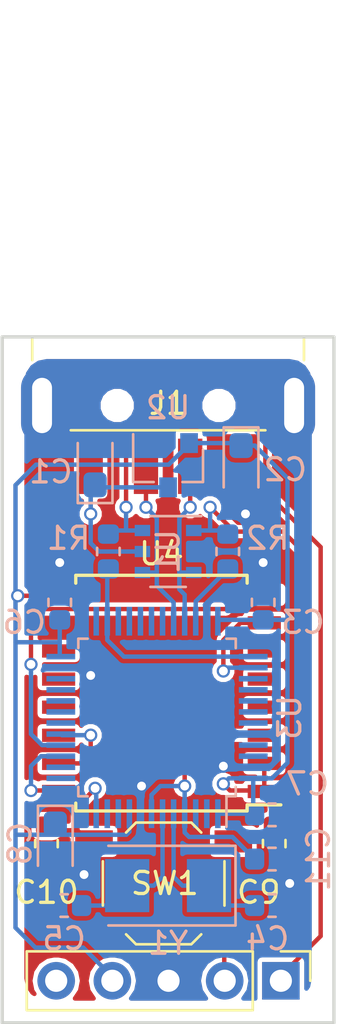
<source format=kicad_pcb>
(kicad_pcb (version 20171130) (host pcbnew 5.0.2+dfsg1-1)

  (general
    (thickness 1.6)
    (drawings 4)
    (tracks 192)
    (zones 0)
    (modules 21)
    (nets 44)
  )

  (page A4)
  (title_block
    (date 2019-01-31)
    (rev 1.0)
  )

  (layers
    (0 F.Cu signal)
    (31 B.Cu signal)
    (32 B.Adhes user hide)
    (33 F.Adhes user hide)
    (34 B.Paste user hide)
    (35 F.Paste user)
    (36 B.SilkS user)
    (37 F.SilkS user)
    (38 B.Mask user)
    (39 F.Mask user)
    (40 Dwgs.User user hide)
    (41 Cmts.User user hide)
    (42 Eco1.User user hide)
    (43 Eco2.User user hide)
    (44 Edge.Cuts user)
    (45 Margin user hide)
    (46 B.CrtYd user hide)
    (47 F.CrtYd user hide)
    (48 B.Fab user hide)
    (49 F.Fab user hide)
  )

  (setup
    (last_trace_width 0.2)
    (trace_clearance 0.2)
    (zone_clearance 0.2)
    (zone_45_only no)
    (trace_min 0.2)
    (segment_width 0.2)
    (edge_width 0.15)
    (via_size 0.6)
    (via_drill 0.4)
    (via_min_size 0.4)
    (via_min_drill 0.3)
    (uvia_size 0.3)
    (uvia_drill 0.1)
    (uvias_allowed no)
    (uvia_min_size 0.2)
    (uvia_min_drill 0.1)
    (pcb_text_width 0.3)
    (pcb_text_size 1.5 1.5)
    (mod_edge_width 0.15)
    (mod_text_size 1 1)
    (mod_text_width 0.15)
    (pad_size 1.3 0.25)
    (pad_drill 0)
    (pad_to_mask_clearance 0.05)
    (solder_mask_min_width 0.14)
    (pad_to_paste_clearance 0.05)
    (aux_axis_origin 130 70)
    (grid_origin 130 70)
    (visible_elements FFFFFF7F)
    (pcbplotparams
      (layerselection 0x010f0_ffffffff)
      (usegerberextensions false)
      (usegerberattributes false)
      (usegerberadvancedattributes false)
      (creategerberjobfile false)
      (excludeedgelayer true)
      (linewidth 0.100000)
      (plotframeref false)
      (viasonmask false)
      (mode 1)
      (useauxorigin true)
      (hpglpennumber 1)
      (hpglpenspeed 20)
      (hpglpendiameter 15.000000)
      (psnegative false)
      (psa4output false)
      (plotreference true)
      (plotvalue true)
      (plotinvisibletext false)
      (padsonsilk false)
      (subtractmaskfromsilk true)
      (outputformat 1)
      (mirror false)
      (drillshape 0)
      (scaleselection 1)
      (outputdirectory "gerbers/"))
  )

  (net 0 "")
  (net 1 3.3V)
  (net 2 GND)
  (net 3 5V)
  (net 4 swclk)
  (net 5 swdio)
  (net 6 "Net-(CON1-Pad5)")
  (net 7 d-)
  (net 8 d+)
  (net 9 "Net-(U3-Pad2)")
  (net 10 "Net-(U3-Pad3)")
  (net 11 "Net-(U3-Pad10)")
  (net 12 "Net-(U3-Pad11)")
  (net 13 "Net-(U3-Pad13)")
  (net 14 "Net-(U3-Pad18)")
  (net 15 "Net-(U3-Pad19)")
  (net 16 "Net-(U3-Pad20)")
  (net 17 "Net-(U3-Pad21)")
  (net 18 "Net-(U3-Pad22)")
  (net 19 "Net-(U3-Pad25)")
  (net 20 "Net-(U3-Pad27)")
  (net 21 "Net-(U3-Pad28)")
  (net 22 "Net-(U3-Pad29)")
  (net 23 "Net-(U3-Pad30)")
  (net 24 "Net-(U3-Pad39)")
  (net 25 "Net-(U3-Pad40)")
  (net 26 "Net-(U3-Pad41)")
  (net 27 "Net-(U3-Pad42)")
  (net 28 "Net-(U3-Pad43)")
  (net 29 "Net-(U3-Pad45)")
  (net 30 "Net-(U3-Pad46)")
  (net 31 "Net-(U3-Pad14)")
  (net 32 "Net-(U3-Pad31)")
  (net 33 "Net-(C4-Pad1)")
  (net 34 "Net-(C5-Pad1)")
  (net 35 "Net-(R2-Pad2)")
  (net 36 "Net-(U4-Pad11)")
  (net 37 sck)
  (net 38 miso)
  (net 39 mosi)
  (net 40 cs)
  (net 41 "Net-(C10-Pad2)")
  (net 42 nrst)
  (net 43 nc1)

  (net_class Default "This is the default net class."
    (clearance 0.2)
    (trace_width 0.2)
    (via_dia 0.6)
    (via_drill 0.4)
    (uvia_dia 0.3)
    (uvia_drill 0.1)
    (add_net 3.3V)
    (add_net 5V)
    (add_net GND)
    (add_net "Net-(C10-Pad2)")
    (add_net "Net-(C4-Pad1)")
    (add_net "Net-(C5-Pad1)")
    (add_net "Net-(CON1-Pad5)")
    (add_net "Net-(R2-Pad2)")
    (add_net "Net-(U3-Pad10)")
    (add_net "Net-(U3-Pad11)")
    (add_net "Net-(U3-Pad13)")
    (add_net "Net-(U3-Pad14)")
    (add_net "Net-(U3-Pad18)")
    (add_net "Net-(U3-Pad19)")
    (add_net "Net-(U3-Pad2)")
    (add_net "Net-(U3-Pad20)")
    (add_net "Net-(U3-Pad21)")
    (add_net "Net-(U3-Pad22)")
    (add_net "Net-(U3-Pad25)")
    (add_net "Net-(U3-Pad27)")
    (add_net "Net-(U3-Pad28)")
    (add_net "Net-(U3-Pad29)")
    (add_net "Net-(U3-Pad3)")
    (add_net "Net-(U3-Pad30)")
    (add_net "Net-(U3-Pad31)")
    (add_net "Net-(U3-Pad39)")
    (add_net "Net-(U3-Pad40)")
    (add_net "Net-(U3-Pad41)")
    (add_net "Net-(U3-Pad42)")
    (add_net "Net-(U3-Pad43)")
    (add_net "Net-(U3-Pad45)")
    (add_net "Net-(U3-Pad46)")
    (add_net "Net-(U4-Pad11)")
    (add_net cs)
    (add_net d+)
    (add_net d-)
    (add_net miso)
    (add_net mosi)
    (add_net nc1)
    (add_net nrst)
    (add_net sck)
    (add_net swclk)
    (add_net swdio)
  )

  (module Capacitor_Tantalum_SMD:CP_EIA-2012-12_Kemet-R (layer B.Cu) (tedit 5B301BBE) (tstamp 5C2C6FF0)
    (at 132.4 92.9 270)
    (descr "Tantalum Capacitor SMD Kemet-R (2012-12 Metric), IPC_7351 nominal, (Body size from: https://www.vishay.com/docs/40182/tmch.pdf), generated with kicad-footprint-generator")
    (tags "capacitor tantalum")
    (path /5BB94C3A)
    (attr smd)
    (fp_text reference C8 (at 0 1.6 270) (layer B.SilkS)
      (effects (font (size 1 1) (thickness 0.15)) (justify mirror))
    )
    (fp_text value 10uF (at 0 -1.58 270) (layer B.Fab)
      (effects (font (size 1 1) (thickness 0.15)) (justify mirror))
    )
    (fp_line (start 1 0.625) (end -0.6875 0.625) (layer B.Fab) (width 0.1))
    (fp_line (start -0.6875 0.625) (end -1 0.3125) (layer B.Fab) (width 0.1))
    (fp_line (start -1 0.3125) (end -1 -0.625) (layer B.Fab) (width 0.1))
    (fp_line (start -1 -0.625) (end 1 -0.625) (layer B.Fab) (width 0.1))
    (fp_line (start 1 -0.625) (end 1 0.625) (layer B.Fab) (width 0.1))
    (fp_line (start 1 0.785) (end -1.71 0.785) (layer B.SilkS) (width 0.12))
    (fp_line (start -1.71 0.785) (end -1.71 -0.785) (layer B.SilkS) (width 0.12))
    (fp_line (start -1.71 -0.785) (end 1 -0.785) (layer B.SilkS) (width 0.12))
    (fp_line (start -1.7 -0.88) (end -1.7 0.88) (layer B.CrtYd) (width 0.05))
    (fp_line (start -1.7 0.88) (end 1.7 0.88) (layer B.CrtYd) (width 0.05))
    (fp_line (start 1.7 0.88) (end 1.7 -0.88) (layer B.CrtYd) (width 0.05))
    (fp_line (start 1.7 -0.88) (end -1.7 -0.88) (layer B.CrtYd) (width 0.05))
    (fp_text user %R (at 0 0 270) (layer B.Fab)
      (effects (font (size 0.5 0.5) (thickness 0.08)) (justify mirror))
    )
    (pad 1 smd roundrect (at -0.8875 0 270) (size 1.125 1.05) (layers B.Cu B.Paste B.Mask) (roundrect_rratio 0.238095)
      (net 1 3.3V))
    (pad 2 smd roundrect (at 0.8875 0 270) (size 1.125 1.05) (layers B.Cu B.Paste B.Mask) (roundrect_rratio 0.238095)
      (net 2 GND))
    (model ${KISYS3DMOD}/Capacitor_Tantalum_SMD.3dshapes/CP_EIA-2012-12_Kemet-R.wrl
      (at (xyz 0 0 0))
      (scale (xyz 1 1 1))
      (rotate (xyz 0 0 0))
    )
  )

  (module Capacitor_Tantalum_SMD:CP_EIA-2012-12_Kemet-R (layer B.Cu) (tedit 5B301BBE) (tstamp 5BC4CFAA)
    (at 134.2 75.8 90)
    (descr "Tantalum Capacitor SMD Kemet-R (2012-12 Metric), IPC_7351 nominal, (Body size from: https://www.vishay.com/docs/40182/tmch.pdf), generated with kicad-footprint-generator")
    (tags "capacitor tantalum")
    (path /5B92CC88)
    (attr smd)
    (fp_text reference C1 (at -0.3 -2 180) (layer B.SilkS)
      (effects (font (size 1 1) (thickness 0.15)) (justify mirror))
    )
    (fp_text value 10uF (at 0 -1.58 90) (layer B.Fab)
      (effects (font (size 1 1) (thickness 0.15)) (justify mirror))
    )
    (fp_text user %R (at 0 0 90) (layer B.Fab)
      (effects (font (size 0.5 0.5) (thickness 0.08)) (justify mirror))
    )
    (fp_line (start 1.7 -0.88) (end -1.7 -0.88) (layer B.CrtYd) (width 0.05))
    (fp_line (start 1.7 0.88) (end 1.7 -0.88) (layer B.CrtYd) (width 0.05))
    (fp_line (start -1.7 0.88) (end 1.7 0.88) (layer B.CrtYd) (width 0.05))
    (fp_line (start -1.7 -0.88) (end -1.7 0.88) (layer B.CrtYd) (width 0.05))
    (fp_line (start -1.71 -0.785) (end 1 -0.785) (layer B.SilkS) (width 0.12))
    (fp_line (start -1.71 0.785) (end -1.71 -0.785) (layer B.SilkS) (width 0.12))
    (fp_line (start 1 0.785) (end -1.71 0.785) (layer B.SilkS) (width 0.12))
    (fp_line (start 1 -0.625) (end 1 0.625) (layer B.Fab) (width 0.1))
    (fp_line (start -1 -0.625) (end 1 -0.625) (layer B.Fab) (width 0.1))
    (fp_line (start -1 0.3125) (end -1 -0.625) (layer B.Fab) (width 0.1))
    (fp_line (start -0.6875 0.625) (end -1 0.3125) (layer B.Fab) (width 0.1))
    (fp_line (start 1 0.625) (end -0.6875 0.625) (layer B.Fab) (width 0.1))
    (pad 2 smd roundrect (at 0.8875 0 90) (size 1.125 1.05) (layers B.Cu B.Paste B.Mask) (roundrect_rratio 0.238095)
      (net 2 GND))
    (pad 1 smd roundrect (at -0.8875 0 90) (size 1.125 1.05) (layers B.Cu B.Paste B.Mask) (roundrect_rratio 0.238095)
      (net 3 5V))
    (model ${KISYS3DMOD}/Capacitor_Tantalum_SMD.3dshapes/CP_EIA-2012-12_Kemet-R.wrl
      (at (xyz 0 0 0))
      (scale (xyz 1 1 1))
      (rotate (xyz 0 0 0))
    )
  )

  (module Capacitor_Tantalum_SMD:CP_EIA-2012-12_Kemet-R (layer B.Cu) (tedit 5B301BBE) (tstamp 5BC4CFBD)
    (at 140.8 75.8 270)
    (descr "Tantalum Capacitor SMD Kemet-R (2012-12 Metric), IPC_7351 nominal, (Body size from: https://www.vishay.com/docs/40182/tmch.pdf), generated with kicad-footprint-generator")
    (tags "capacitor tantalum")
    (path /5B92C8A7)
    (attr smd)
    (fp_text reference C2 (at 0.2 -2) (layer B.SilkS)
      (effects (font (size 1 1) (thickness 0.15)) (justify mirror))
    )
    (fp_text value 10uF (at 0 -1.58 270) (layer B.Fab)
      (effects (font (size 1 1) (thickness 0.15)) (justify mirror))
    )
    (fp_line (start 1 0.625) (end -0.6875 0.625) (layer B.Fab) (width 0.1))
    (fp_line (start -0.6875 0.625) (end -1 0.3125) (layer B.Fab) (width 0.1))
    (fp_line (start -1 0.3125) (end -1 -0.625) (layer B.Fab) (width 0.1))
    (fp_line (start -1 -0.625) (end 1 -0.625) (layer B.Fab) (width 0.1))
    (fp_line (start 1 -0.625) (end 1 0.625) (layer B.Fab) (width 0.1))
    (fp_line (start 1 0.785) (end -1.71 0.785) (layer B.SilkS) (width 0.12))
    (fp_line (start -1.71 0.785) (end -1.71 -0.785) (layer B.SilkS) (width 0.12))
    (fp_line (start -1.71 -0.785) (end 1 -0.785) (layer B.SilkS) (width 0.12))
    (fp_line (start -1.7 -0.88) (end -1.7 0.88) (layer B.CrtYd) (width 0.05))
    (fp_line (start -1.7 0.88) (end 1.7 0.88) (layer B.CrtYd) (width 0.05))
    (fp_line (start 1.7 0.88) (end 1.7 -0.88) (layer B.CrtYd) (width 0.05))
    (fp_line (start 1.7 -0.88) (end -1.7 -0.88) (layer B.CrtYd) (width 0.05))
    (fp_text user %R (at 0 0 270) (layer B.Fab)
      (effects (font (size 0.5 0.5) (thickness 0.08)) (justify mirror))
    )
    (pad 1 smd roundrect (at -0.8875 0 270) (size 1.125 1.05) (layers B.Cu B.Paste B.Mask) (roundrect_rratio 0.238095)
      (net 1 3.3V))
    (pad 2 smd roundrect (at 0.8875 0 270) (size 1.125 1.05) (layers B.Cu B.Paste B.Mask) (roundrect_rratio 0.238095)
      (net 2 GND))
    (model ${KISYS3DMOD}/Capacitor_Tantalum_SMD.3dshapes/CP_EIA-2012-12_Kemet-R.wrl
      (at (xyz 0 0 0))
      (scale (xyz 1 1 1))
      (rotate (xyz 0 0 0))
    )
  )

  (module Capacitor_SMD:C_0603_1608Metric (layer B.Cu) (tedit 5B301BBE) (tstamp 5BC4CFCE)
    (at 141.8 82 270)
    (descr "Capacitor SMD 0603 (1608 Metric), square (rectangular) end terminal, IPC_7351 nominal, (Body size source: http://www.tortai-tech.com/upload/download/2011102023233369053.pdf), generated with kicad-footprint-generator")
    (tags capacitor)
    (path /5B92A7ED)
    (attr smd)
    (fp_text reference C3 (at 0.9 -1.8) (layer B.SilkS)
      (effects (font (size 1 1) (thickness 0.15)) (justify mirror))
    )
    (fp_text value 100nF (at 0 -1.43 270) (layer B.Fab)
      (effects (font (size 1 1) (thickness 0.15)) (justify mirror))
    )
    (fp_line (start -0.8 -0.4) (end -0.8 0.4) (layer B.Fab) (width 0.1))
    (fp_line (start -0.8 0.4) (end 0.8 0.4) (layer B.Fab) (width 0.1))
    (fp_line (start 0.8 0.4) (end 0.8 -0.4) (layer B.Fab) (width 0.1))
    (fp_line (start 0.8 -0.4) (end -0.8 -0.4) (layer B.Fab) (width 0.1))
    (fp_line (start -0.162779 0.51) (end 0.162779 0.51) (layer B.SilkS) (width 0.12))
    (fp_line (start -0.162779 -0.51) (end 0.162779 -0.51) (layer B.SilkS) (width 0.12))
    (fp_line (start -1.48 -0.73) (end -1.48 0.73) (layer B.CrtYd) (width 0.05))
    (fp_line (start -1.48 0.73) (end 1.48 0.73) (layer B.CrtYd) (width 0.05))
    (fp_line (start 1.48 0.73) (end 1.48 -0.73) (layer B.CrtYd) (width 0.05))
    (fp_line (start 1.48 -0.73) (end -1.48 -0.73) (layer B.CrtYd) (width 0.05))
    (fp_text user %R (at 0 0 270) (layer B.Fab)
      (effects (font (size 0.4 0.4) (thickness 0.06)) (justify mirror))
    )
    (pad 1 smd roundrect (at -0.7875 0 270) (size 0.875 0.95) (layers B.Cu B.Paste B.Mask) (roundrect_rratio 0.25)
      (net 2 GND))
    (pad 2 smd roundrect (at 0.7875 0 270) (size 0.875 0.95) (layers B.Cu B.Paste B.Mask) (roundrect_rratio 0.25)
      (net 1 3.3V))
    (model ${KISYS3DMOD}/Capacitor_SMD.3dshapes/C_0603_1608Metric.wrl
      (at (xyz 0 0 0))
      (scale (xyz 1 1 1))
      (rotate (xyz 0 0 0))
    )
  )

  (module Capacitor_SMD:C_0603_1608Metric (layer B.Cu) (tedit 5B301BBE) (tstamp 5C2061D8)
    (at 142.2 95.7)
    (descr "Capacitor SMD 0603 (1608 Metric), square (rectangular) end terminal, IPC_7351 nominal, (Body size source: http://www.tortai-tech.com/upload/download/2011102023233369053.pdf), generated with kicad-footprint-generator")
    (tags capacitor)
    (path /5B92A2F2)
    (attr smd)
    (fp_text reference C4 (at -0.2 1.5 180) (layer B.SilkS)
      (effects (font (size 1 1) (thickness 0.15)) (justify mirror))
    )
    (fp_text value 20pF (at 0 -1.43) (layer B.Fab)
      (effects (font (size 1 1) (thickness 0.15)) (justify mirror))
    )
    (fp_text user %R (at 0 0) (layer B.Fab)
      (effects (font (size 0.4 0.4) (thickness 0.06)) (justify mirror))
    )
    (fp_line (start 1.48 -0.73) (end -1.48 -0.73) (layer B.CrtYd) (width 0.05))
    (fp_line (start 1.48 0.73) (end 1.48 -0.73) (layer B.CrtYd) (width 0.05))
    (fp_line (start -1.48 0.73) (end 1.48 0.73) (layer B.CrtYd) (width 0.05))
    (fp_line (start -1.48 -0.73) (end -1.48 0.73) (layer B.CrtYd) (width 0.05))
    (fp_line (start -0.162779 -0.51) (end 0.162779 -0.51) (layer B.SilkS) (width 0.12))
    (fp_line (start -0.162779 0.51) (end 0.162779 0.51) (layer B.SilkS) (width 0.12))
    (fp_line (start 0.8 -0.4) (end -0.8 -0.4) (layer B.Fab) (width 0.1))
    (fp_line (start 0.8 0.4) (end 0.8 -0.4) (layer B.Fab) (width 0.1))
    (fp_line (start -0.8 0.4) (end 0.8 0.4) (layer B.Fab) (width 0.1))
    (fp_line (start -0.8 -0.4) (end -0.8 0.4) (layer B.Fab) (width 0.1))
    (pad 2 smd roundrect (at 0.7875 0) (size 0.875 0.95) (layers B.Cu B.Paste B.Mask) (roundrect_rratio 0.25)
      (net 2 GND))
    (pad 1 smd roundrect (at -0.7875 0) (size 0.875 0.95) (layers B.Cu B.Paste B.Mask) (roundrect_rratio 0.25)
      (net 33 "Net-(C4-Pad1)"))
    (model ${KISYS3DMOD}/Capacitor_SMD.3dshapes/C_0603_1608Metric.wrl
      (at (xyz 0 0 0))
      (scale (xyz 1 1 1))
      (rotate (xyz 0 0 0))
    )
  )

  (module Capacitor_SMD:C_0603_1608Metric (layer B.Cu) (tedit 5B301BBE) (tstamp 5C20620E)
    (at 132.8 95.7 180)
    (descr "Capacitor SMD 0603 (1608 Metric), square (rectangular) end terminal, IPC_7351 nominal, (Body size source: http://www.tortai-tech.com/upload/download/2011102023233369053.pdf), generated with kicad-footprint-generator")
    (tags capacitor)
    (path /5B92A19D)
    (attr smd)
    (fp_text reference C5 (at 0 -1.5) (layer B.SilkS)
      (effects (font (size 1 1) (thickness 0.15)) (justify mirror))
    )
    (fp_text value 20pF (at 0 -1.43 180) (layer B.Fab)
      (effects (font (size 1 1) (thickness 0.15)) (justify mirror))
    )
    (fp_line (start -0.8 -0.4) (end -0.8 0.4) (layer B.Fab) (width 0.1))
    (fp_line (start -0.8 0.4) (end 0.8 0.4) (layer B.Fab) (width 0.1))
    (fp_line (start 0.8 0.4) (end 0.8 -0.4) (layer B.Fab) (width 0.1))
    (fp_line (start 0.8 -0.4) (end -0.8 -0.4) (layer B.Fab) (width 0.1))
    (fp_line (start -0.162779 0.51) (end 0.162779 0.51) (layer B.SilkS) (width 0.12))
    (fp_line (start -0.162779 -0.51) (end 0.162779 -0.51) (layer B.SilkS) (width 0.12))
    (fp_line (start -1.48 -0.73) (end -1.48 0.73) (layer B.CrtYd) (width 0.05))
    (fp_line (start -1.48 0.73) (end 1.48 0.73) (layer B.CrtYd) (width 0.05))
    (fp_line (start 1.48 0.73) (end 1.48 -0.73) (layer B.CrtYd) (width 0.05))
    (fp_line (start 1.48 -0.73) (end -1.48 -0.73) (layer B.CrtYd) (width 0.05))
    (fp_text user %R (at 0 0 180) (layer B.Fab)
      (effects (font (size 0.4 0.4) (thickness 0.06)) (justify mirror))
    )
    (pad 1 smd roundrect (at -0.7875 0 180) (size 0.875 0.95) (layers B.Cu B.Paste B.Mask) (roundrect_rratio 0.25)
      (net 34 "Net-(C5-Pad1)"))
    (pad 2 smd roundrect (at 0.7875 0 180) (size 0.875 0.95) (layers B.Cu B.Paste B.Mask) (roundrect_rratio 0.25)
      (net 2 GND))
    (model ${KISYS3DMOD}/Capacitor_SMD.3dshapes/C_0603_1608Metric.wrl
      (at (xyz 0 0 0))
      (scale (xyz 1 1 1))
      (rotate (xyz 0 0 0))
    )
  )

  (module Capacitor_SMD:C_0603_1608Metric (layer B.Cu) (tedit 5B301BBE) (tstamp 5BC4F02D)
    (at 132.6 82 270)
    (descr "Capacitor SMD 0603 (1608 Metric), square (rectangular) end terminal, IPC_7351 nominal, (Body size source: http://www.tortai-tech.com/upload/download/2011102023233369053.pdf), generated with kicad-footprint-generator")
    (tags capacitor)
    (path /5B92A7BF)
    (attr smd)
    (fp_text reference C6 (at 0.9 1.6) (layer B.SilkS)
      (effects (font (size 1 1) (thickness 0.15)) (justify mirror))
    )
    (fp_text value 100nF (at 0 -1.43 270) (layer B.Fab)
      (effects (font (size 1 1) (thickness 0.15)) (justify mirror))
    )
    (fp_text user %R (at 0 0 270) (layer B.Fab)
      (effects (font (size 0.4 0.4) (thickness 0.06)) (justify mirror))
    )
    (fp_line (start 1.48 -0.73) (end -1.48 -0.73) (layer B.CrtYd) (width 0.05))
    (fp_line (start 1.48 0.73) (end 1.48 -0.73) (layer B.CrtYd) (width 0.05))
    (fp_line (start -1.48 0.73) (end 1.48 0.73) (layer B.CrtYd) (width 0.05))
    (fp_line (start -1.48 -0.73) (end -1.48 0.73) (layer B.CrtYd) (width 0.05))
    (fp_line (start -0.162779 -0.51) (end 0.162779 -0.51) (layer B.SilkS) (width 0.12))
    (fp_line (start -0.162779 0.51) (end 0.162779 0.51) (layer B.SilkS) (width 0.12))
    (fp_line (start 0.8 -0.4) (end -0.8 -0.4) (layer B.Fab) (width 0.1))
    (fp_line (start 0.8 0.4) (end 0.8 -0.4) (layer B.Fab) (width 0.1))
    (fp_line (start -0.8 0.4) (end 0.8 0.4) (layer B.Fab) (width 0.1))
    (fp_line (start -0.8 -0.4) (end -0.8 0.4) (layer B.Fab) (width 0.1))
    (pad 2 smd roundrect (at 0.7875 0 270) (size 0.875 0.95) (layers B.Cu B.Paste B.Mask) (roundrect_rratio 0.25)
      (net 1 3.3V))
    (pad 1 smd roundrect (at -0.7875 0 270) (size 0.875 0.95) (layers B.Cu B.Paste B.Mask) (roundrect_rratio 0.25)
      (net 2 GND))
    (model ${KISYS3DMOD}/Capacitor_SMD.3dshapes/C_0603_1608Metric.wrl
      (at (xyz 0 0 0))
      (scale (xyz 1 1 1))
      (rotate (xyz 0 0 0))
    )
  )

  (module Capacitor_SMD:C_0603_1608Metric (layer B.Cu) (tedit 5B301BBE) (tstamp 5C5E04E1)
    (at 142.2 91.6 180)
    (descr "Capacitor SMD 0603 (1608 Metric), square (rectangular) end terminal, IPC_7351 nominal, (Body size source: http://www.tortai-tech.com/upload/download/2011102023233369053.pdf), generated with kicad-footprint-generator")
    (tags capacitor)
    (path /5B92A6B8)
    (attr smd)
    (fp_text reference C7 (at -1.6 1.4) (layer B.SilkS)
      (effects (font (size 1 1) (thickness 0.15)) (justify mirror))
    )
    (fp_text value 100nF (at 0 -1.43 180) (layer B.Fab)
      (effects (font (size 1 1) (thickness 0.15)) (justify mirror))
    )
    (fp_line (start -0.8 -0.4) (end -0.8 0.4) (layer B.Fab) (width 0.1))
    (fp_line (start -0.8 0.4) (end 0.8 0.4) (layer B.Fab) (width 0.1))
    (fp_line (start 0.8 0.4) (end 0.8 -0.4) (layer B.Fab) (width 0.1))
    (fp_line (start 0.8 -0.4) (end -0.8 -0.4) (layer B.Fab) (width 0.1))
    (fp_line (start -0.162779 0.51) (end 0.162779 0.51) (layer B.SilkS) (width 0.12))
    (fp_line (start -0.162779 -0.51) (end 0.162779 -0.51) (layer B.SilkS) (width 0.12))
    (fp_line (start -1.48 -0.73) (end -1.48 0.73) (layer B.CrtYd) (width 0.05))
    (fp_line (start -1.48 0.73) (end 1.48 0.73) (layer B.CrtYd) (width 0.05))
    (fp_line (start 1.48 0.73) (end 1.48 -0.73) (layer B.CrtYd) (width 0.05))
    (fp_line (start 1.48 -0.73) (end -1.48 -0.73) (layer B.CrtYd) (width 0.05))
    (fp_text user %R (at 0 0 180) (layer B.Fab)
      (effects (font (size 0.4 0.4) (thickness 0.06)) (justify mirror))
    )
    (pad 1 smd roundrect (at -0.7875 0 180) (size 0.875 0.95) (layers B.Cu B.Paste B.Mask) (roundrect_rratio 0.25)
      (net 2 GND))
    (pad 2 smd roundrect (at 0.7875 0 180) (size 0.875 0.95) (layers B.Cu B.Paste B.Mask) (roundrect_rratio 0.25)
      (net 1 3.3V))
    (model ${KISYS3DMOD}/Capacitor_SMD.3dshapes/C_0603_1608Metric.wrl
      (at (xyz 0 0 0))
      (scale (xyz 1 1 1))
      (rotate (xyz 0 0 0))
    )
  )

  (module Connector_PinHeader_2.54mm:PinHeader_1x05_P2.54mm_Vertical (layer F.Cu) (tedit 5C5173C5) (tstamp 5C5E0340)
    (at 142.6 99.1 270)
    (descr "Through hole straight pin header, 1x05, 2.54mm pitch, single row")
    (tags "Through hole pin header THT 1x05 2.54mm single row")
    (path /5B94CFC5)
    (fp_text reference CON1 (at -1.7 5.08 180) (layer B.SilkS) hide
      (effects (font (size 1 1) (thickness 0.15)) (justify mirror))
    )
    (fp_text value ST-LINK_V2 (at 2.9 5.1) (layer F.Fab)
      (effects (font (size 1 1) (thickness 0.15)))
    )
    (fp_line (start -0.635 -1.27) (end 1.27 -1.27) (layer F.Fab) (width 0.1))
    (fp_line (start 1.27 -1.27) (end 1.27 11.43) (layer F.Fab) (width 0.1))
    (fp_line (start 1.27 11.43) (end -1.27 11.43) (layer F.Fab) (width 0.1))
    (fp_line (start -1.27 11.43) (end -1.27 -0.635) (layer F.Fab) (width 0.1))
    (fp_line (start -1.27 -0.635) (end -0.635 -1.27) (layer F.Fab) (width 0.1))
    (fp_line (start -1.33 11.49) (end 1.33 11.49) (layer F.SilkS) (width 0.12))
    (fp_line (start -1.33 1.27) (end -1.33 11.49) (layer F.SilkS) (width 0.12))
    (fp_line (start 1.33 1.27) (end 1.33 11.49) (layer F.SilkS) (width 0.12))
    (fp_line (start -1.33 1.27) (end 1.33 1.27) (layer F.SilkS) (width 0.12))
    (fp_line (start -1.33 0) (end -1.33 -1.33) (layer F.SilkS) (width 0.12))
    (fp_line (start -1.33 -1.33) (end 0 -1.33) (layer F.SilkS) (width 0.12))
    (fp_line (start -1.8 -1.8) (end -1.8 11.95) (layer F.CrtYd) (width 0.05))
    (fp_line (start -1.8 11.95) (end 1.8 11.95) (layer F.CrtYd) (width 0.05))
    (fp_line (start 1.8 11.95) (end 1.8 -1.8) (layer F.CrtYd) (width 0.05))
    (fp_line (start 1.8 -1.8) (end -1.8 -1.8) (layer F.CrtYd) (width 0.05))
    (fp_text user %R (at 0 5.08) (layer F.Fab)
      (effects (font (size 1 1) (thickness 0.15)))
    )
    (pad 1 thru_hole rect (at 0 0 270) (size 1.7 1.7) (drill 1) (layers *.Cu *.Mask)
      (net 4 swclk))
    (pad 2 thru_hole oval (at 0 2.54 270) (size 1.7 1.7) (drill 1) (layers *.Cu *.Mask)
      (net 5 swdio))
    (pad 3 thru_hole oval (at 0 5.08 270) (size 1.7 1.7) (drill 1) (layers *.Cu *.Mask)
      (net 2 GND))
    (pad 4 thru_hole oval (at 0 7.62 270) (size 1.7 1.7) (drill 1) (layers *.Cu *.Mask)
      (net 1 3.3V))
    (pad 5 thru_hole oval (at 0 10.16 270) (size 1.7 1.7) (drill 1) (layers *.Cu *.Mask)
      (net 6 "Net-(CON1-Pad5)"))
  )

  (module Connector_USB:USB_A_CNCTech_1001-011-01101_Horizontal (layer F.Cu) (tedit 5AFEF547) (tstamp 5BC51A3B)
    (at 137.5 66.2 90)
    (descr http://cnctech.us/pdfs/1001-011-01101.pdf)
    (tags USB-A)
    (path /5B913995)
    (attr smd)
    (fp_text reference J1 (at -6.8 0 180) (layer F.SilkS)
      (effects (font (size 1 1) (thickness 0.15)))
    )
    (fp_text value USB_A_Plug (at 12.8 0.1) (layer F.Fab)
      (effects (font (size 1 1) (thickness 0.15)))
    )
    (fp_line (start -7.9 6.025) (end -7.9 -6.025) (layer F.Fab) (width 0.1))
    (fp_line (start -7.9 -6.025) (end 10.9 -6.025) (layer F.Fab) (width 0.1))
    (fp_line (start -7.9 6.025) (end 10.9 6.025) (layer F.Fab) (width 0.1))
    (fp_line (start 10.9 6.025) (end 10.9 -6.025) (layer F.Fab) (width 0.1))
    (fp_line (start -10.4 3.75) (end -10.4 3.25) (layer F.Fab) (width 0.1))
    (fp_line (start -10.4 3.25) (end -7.9 3.25) (layer F.Fab) (width 0.1))
    (fp_line (start -10.4 3.75) (end -7.9 3.75) (layer F.Fab) (width 0.1))
    (fp_line (start -10.4 0.75) (end -7.9 0.75) (layer F.Fab) (width 0.1))
    (fp_line (start -10.4 1.25) (end -10.4 0.75) (layer F.Fab) (width 0.1))
    (fp_line (start -10.4 1.25) (end -7.9 1.25) (layer F.Fab) (width 0.1))
    (fp_line (start -10.4 -0.75) (end -10.4 -1.25) (layer F.Fab) (width 0.1))
    (fp_line (start -10.4 -0.75) (end -7.9 -0.75) (layer F.Fab) (width 0.1))
    (fp_line (start -10.4 -1.25) (end -7.9 -1.25) (layer F.Fab) (width 0.1))
    (fp_line (start -10.4 -3.75) (end -7.9 -3.75) (layer F.Fab) (width 0.1))
    (fp_line (start -10.4 -3.25) (end -10.4 -3.75) (layer F.Fab) (width 0.1))
    (fp_line (start -10.4 -3.25) (end -7.9 -3.25) (layer F.Fab) (width 0.1))
    (fp_circle (center -6.9 -2.3) (end -6.9 -2.8) (layer F.Fab) (width 0.1))
    (fp_circle (center -6.9 2.3) (end -6.9 2.8) (layer F.Fab) (width 0.1))
    (fp_line (start -8.02 -4.4) (end -8.02 4.4) (layer F.SilkS) (width 0.12))
    (fp_line (start -3.8 6.025) (end -3.8 -6.025) (layer Dwgs.User) (width 0.1))
    (fp_text user "PCB Edge" (at -4.55 -0.05 180) (layer Dwgs.User)
      (effects (font (size 0.6 0.6) (thickness 0.09)))
    )
    (fp_line (start -4.85 -6.145) (end -3.8 -6.145) (layer F.SilkS) (width 0.12))
    (fp_line (start -4.85 6.145) (end -3.8 6.145) (layer F.SilkS) (width 0.12))
    (fp_line (start -11.4 4.55) (end -11.4 -4.55) (layer F.CrtYd) (width 0.05))
    (fp_line (start -11.4 -4.55) (end -9.15 -4.55) (layer F.CrtYd) (width 0.05))
    (fp_line (start -9.15 -7.15) (end -9.15 -4.55) (layer F.CrtYd) (width 0.05))
    (fp_line (start -9.15 -7.15) (end -4.65 -7.15) (layer F.CrtYd) (width 0.05))
    (fp_line (start -4.65 -6.52) (end -4.65 -7.15) (layer F.CrtYd) (width 0.05))
    (fp_line (start -4.65 -6.52) (end 11.4 -6.52) (layer F.CrtYd) (width 0.05))
    (fp_line (start 11.4 6.52) (end 11.4 -6.52) (layer F.CrtYd) (width 0.05))
    (fp_text user %R (at -6 0 180) (layer F.Fab)
      (effects (font (size 1 1) (thickness 0.15)))
    )
    (fp_line (start -4.65 6.52) (end 11.4 6.52) (layer F.CrtYd) (width 0.05))
    (fp_line (start -4.65 7.15) (end -4.65 6.52) (layer F.CrtYd) (width 0.05))
    (fp_line (start -9.15 7.15) (end -4.65 7.15) (layer F.CrtYd) (width 0.05))
    (fp_line (start -9.15 4.55) (end -9.15 7.15) (layer F.CrtYd) (width 0.05))
    (fp_line (start -11.4 4.55) (end -9.15 4.55) (layer F.CrtYd) (width 0.05))
    (pad 2 smd rect (at -9.65 -1 90) (size 2.5 1.1) (layers F.Cu F.Paste F.Mask)
      (net 7 d-))
    (pad 3 smd rect (at -9.65 1 90) (size 2.5 1.1) (layers F.Cu F.Paste F.Mask)
      (net 8 d+))
    (pad 1 smd rect (at -9.65 -3.5 90) (size 2.5 1.1) (layers F.Cu F.Paste F.Mask)
      (net 3 5V))
    (pad 4 smd rect (at -9.65 3.5 90) (size 2.5 1.1) (layers F.Cu F.Paste F.Mask)
      (net 2 GND))
    (pad 5 thru_hole oval (at -6.9 -5.7 90) (size 3.5 1.9) (drill oval 2.5 0.9) (layers *.Cu *.Mask)
      (net 2 GND))
    (pad 5 thru_hole oval (at -6.9 5.7 90) (size 3.5 1.9) (drill oval 2.5 0.9) (layers *.Cu *.Mask)
      (net 2 GND))
    (pad "" np_thru_hole circle (at -6.9 -2.3 90) (size 1.1 1.1) (drill 1.1) (layers *.Cu *.Mask))
    (pad "" np_thru_hole circle (at -6.9 2.3 90) (size 1.1 1.1) (drill 1.1) (layers *.Cu *.Mask))
    (model ${KISYS3DMOD}/Connector_USB.3dshapes/USB_A_CNCTech_1001-011-01101_Horizontal.wrl
      (at (xyz 0 0 0))
      (scale (xyz 1 1 1))
      (rotate (xyz 0 0 0))
    )
  )

  (module Resistor_SMD:R_0603_1608Metric (layer B.Cu) (tedit 5B301BBD) (tstamp 5BC5080B)
    (at 134.8 79.7 270)
    (descr "Resistor SMD 0603 (1608 Metric), square (rectangular) end terminal, IPC_7351 nominal, (Body size source: http://www.tortai-tech.com/upload/download/2011102023233369053.pdf), generated with kicad-footprint-generator")
    (tags resistor)
    (path /5B95EA51)
    (attr smd)
    (fp_text reference R1 (at -0.6 1.8) (layer B.SilkS)
      (effects (font (size 1 1) (thickness 0.15)) (justify mirror))
    )
    (fp_text value 33 (at 0 -1.43 270) (layer B.Fab)
      (effects (font (size 1 1) (thickness 0.15)) (justify mirror))
    )
    (fp_line (start -0.8 -0.4) (end -0.8 0.4) (layer B.Fab) (width 0.1))
    (fp_line (start -0.8 0.4) (end 0.8 0.4) (layer B.Fab) (width 0.1))
    (fp_line (start 0.8 0.4) (end 0.8 -0.4) (layer B.Fab) (width 0.1))
    (fp_line (start 0.8 -0.4) (end -0.8 -0.4) (layer B.Fab) (width 0.1))
    (fp_line (start -0.162779 0.51) (end 0.162779 0.51) (layer B.SilkS) (width 0.12))
    (fp_line (start -0.162779 -0.51) (end 0.162779 -0.51) (layer B.SilkS) (width 0.12))
    (fp_line (start -1.48 -0.73) (end -1.48 0.73) (layer B.CrtYd) (width 0.05))
    (fp_line (start -1.48 0.73) (end 1.48 0.73) (layer B.CrtYd) (width 0.05))
    (fp_line (start 1.48 0.73) (end 1.48 -0.73) (layer B.CrtYd) (width 0.05))
    (fp_line (start 1.48 -0.73) (end -1.48 -0.73) (layer B.CrtYd) (width 0.05))
    (fp_text user %R (at 0 0 270) (layer B.Fab)
      (effects (font (size 0.4 0.4) (thickness 0.06)) (justify mirror))
    )
    (pad 1 smd roundrect (at -0.7875 0 270) (size 0.875 0.95) (layers B.Cu B.Paste B.Mask) (roundrect_rratio 0.25)
      (net 4 swclk))
    (pad 2 smd roundrect (at 0.7875 0 270) (size 0.875 0.95) (layers B.Cu B.Paste B.Mask) (roundrect_rratio 0.25)
      (net 43 nc1))
    (model ${KISYS3DMOD}/Resistor_SMD.3dshapes/R_0603_1608Metric.wrl
      (at (xyz 0 0 0))
      (scale (xyz 1 1 1))
      (rotate (xyz 0 0 0))
    )
  )

  (module Resistor_SMD:R_0603_1608Metric (layer B.Cu) (tedit 5B301BBD) (tstamp 5BC5083B)
    (at 140.2 79.7 270)
    (descr "Resistor SMD 0603 (1608 Metric), square (rectangular) end terminal, IPC_7351 nominal, (Body size source: http://www.tortai-tech.com/upload/download/2011102023233369053.pdf), generated with kicad-footprint-generator")
    (tags resistor)
    (path /5B9602EF)
    (attr smd)
    (fp_text reference R2 (at -0.6 -1.8) (layer B.SilkS)
      (effects (font (size 1 1) (thickness 0.15)) (justify mirror))
    )
    (fp_text value 33 (at 0 -1.43 270) (layer B.Fab)
      (effects (font (size 1 1) (thickness 0.15)) (justify mirror))
    )
    (fp_text user %R (at 0 0 270) (layer B.Fab)
      (effects (font (size 0.4 0.4) (thickness 0.06)) (justify mirror))
    )
    (fp_line (start 1.48 -0.73) (end -1.48 -0.73) (layer B.CrtYd) (width 0.05))
    (fp_line (start 1.48 0.73) (end 1.48 -0.73) (layer B.CrtYd) (width 0.05))
    (fp_line (start -1.48 0.73) (end 1.48 0.73) (layer B.CrtYd) (width 0.05))
    (fp_line (start -1.48 -0.73) (end -1.48 0.73) (layer B.CrtYd) (width 0.05))
    (fp_line (start -0.162779 -0.51) (end 0.162779 -0.51) (layer B.SilkS) (width 0.12))
    (fp_line (start -0.162779 0.51) (end 0.162779 0.51) (layer B.SilkS) (width 0.12))
    (fp_line (start 0.8 -0.4) (end -0.8 -0.4) (layer B.Fab) (width 0.1))
    (fp_line (start 0.8 0.4) (end 0.8 -0.4) (layer B.Fab) (width 0.1))
    (fp_line (start -0.8 0.4) (end 0.8 0.4) (layer B.Fab) (width 0.1))
    (fp_line (start -0.8 -0.4) (end -0.8 0.4) (layer B.Fab) (width 0.1))
    (pad 2 smd roundrect (at 0.7875 0 270) (size 0.875 0.95) (layers B.Cu B.Paste B.Mask) (roundrect_rratio 0.25)
      (net 35 "Net-(R2-Pad2)"))
    (pad 1 smd roundrect (at -0.7875 0 270) (size 0.875 0.95) (layers B.Cu B.Paste B.Mask) (roundrect_rratio 0.25)
      (net 5 swdio))
    (model ${KISYS3DMOD}/Resistor_SMD.3dshapes/R_0603_1608Metric.wrl
      (at (xyz 0 0 0))
      (scale (xyz 1 1 1))
      (rotate (xyz 0 0 0))
    )
  )

  (module Package_SO:TSOP-6_1.65x3.05mm_P0.95mm (layer B.Cu) (tedit 5A02F25C) (tstamp 5BC4D093)
    (at 137.5 79.7 180)
    (descr "TSOP-6 package (comparable to TSOT-23), https://www.vishay.com/docs/71200/71200.pdf")
    (tags "Jedec MO-193C TSOP-6L")
    (path /5B9436C1)
    (attr smd)
    (fp_text reference U1 (at 0 0 270) (layer B.SilkS)
      (effects (font (size 1 1) (thickness 0.15)) (justify mirror))
    )
    (fp_text value IP4220CZ6 (at 0 -2.5 180) (layer B.Fab)
      (effects (font (size 1 1) (thickness 0.15)) (justify mirror))
    )
    (fp_text user %R (at 0 0 90) (layer B.Fab)
      (effects (font (size 0.5 0.5) (thickness 0.075)) (justify mirror))
    )
    (fp_line (start -0.8 -1.6) (end 0.8 -1.6) (layer B.SilkS) (width 0.12))
    (fp_line (start 0.8 1.6) (end -1.5 1.6) (layer B.SilkS) (width 0.12))
    (fp_line (start -0.825 1.1) (end -0.425 1.525) (layer B.Fab) (width 0.1))
    (fp_line (start 0.825 1.525) (end -0.425 1.525) (layer B.Fab) (width 0.1))
    (fp_line (start -0.825 1.1) (end -0.825 -1.525) (layer B.Fab) (width 0.1))
    (fp_line (start 0.825 -1.525) (end -0.825 -1.525) (layer B.Fab) (width 0.1))
    (fp_line (start 0.825 1.525) (end 0.825 -1.525) (layer B.Fab) (width 0.1))
    (fp_line (start -1.76 1.78) (end 1.76 1.78) (layer B.CrtYd) (width 0.05))
    (fp_line (start -1.76 1.78) (end -1.76 -1.77) (layer B.CrtYd) (width 0.05))
    (fp_line (start 1.76 -1.77) (end 1.76 1.78) (layer B.CrtYd) (width 0.05))
    (fp_line (start 1.76 -1.77) (end -1.76 -1.77) (layer B.CrtYd) (width 0.05))
    (pad 1 smd rect (at -1.16 0.95 180) (size 0.7 0.51) (layers B.Cu B.Paste B.Mask)
      (net 5 swdio))
    (pad 2 smd rect (at -1.16 0 180) (size 0.7 0.51) (layers B.Cu B.Paste B.Mask)
      (net 2 GND))
    (pad 3 smd rect (at -1.16 -0.95 180) (size 0.7 0.51) (layers B.Cu B.Paste B.Mask)
      (net 8 d+))
    (pad 4 smd rect (at 1.16 -0.95 180) (size 0.7 0.51) (layers B.Cu B.Paste B.Mask)
      (net 7 d-))
    (pad 5 smd rect (at 1.16 0 180) (size 0.7 0.51) (layers B.Cu B.Paste B.Mask)
      (net 3 5V))
    (pad 6 smd rect (at 1.16 0.95 180) (size 0.7 0.51) (layers B.Cu B.Paste B.Mask)
      (net 4 swclk))
    (model ${KISYS3DMOD}/Package_SO.3dshapes/TSOP-6_1.65x3.05mm_P0.95mm.wrl
      (at (xyz 0 0 0))
      (scale (xyz 1 1 1))
      (rotate (xyz 0 0 0))
    )
  )

  (module Package_TO_SOT_SMD:SOT-23 (layer B.Cu) (tedit 5A02FF57) (tstamp 5BC4D0A8)
    (at 137.5 75.8 270)
    (descr "SOT-23, Standard")
    (tags SOT-23)
    (path /5B92B686)
    (attr smd)
    (fp_text reference U2 (at -2.6 0) (layer B.SilkS)
      (effects (font (size 1 1) (thickness 0.15)) (justify mirror))
    )
    (fp_text value MCP1700-3302E_SOT23 (at 0 -2.5 270) (layer B.Fab)
      (effects (font (size 1 1) (thickness 0.15)) (justify mirror))
    )
    (fp_text user %R (at 0 0 180) (layer B.Fab)
      (effects (font (size 0.5 0.5) (thickness 0.075)) (justify mirror))
    )
    (fp_line (start -0.7 0.95) (end -0.7 -1.5) (layer B.Fab) (width 0.1))
    (fp_line (start -0.15 1.52) (end 0.7 1.52) (layer B.Fab) (width 0.1))
    (fp_line (start -0.7 0.95) (end -0.15 1.52) (layer B.Fab) (width 0.1))
    (fp_line (start 0.7 1.52) (end 0.7 -1.52) (layer B.Fab) (width 0.1))
    (fp_line (start -0.7 -1.52) (end 0.7 -1.52) (layer B.Fab) (width 0.1))
    (fp_line (start 0.76 -1.58) (end 0.76 -0.65) (layer B.SilkS) (width 0.12))
    (fp_line (start 0.76 1.58) (end 0.76 0.65) (layer B.SilkS) (width 0.12))
    (fp_line (start -1.7 1.75) (end 1.7 1.75) (layer B.CrtYd) (width 0.05))
    (fp_line (start 1.7 1.75) (end 1.7 -1.75) (layer B.CrtYd) (width 0.05))
    (fp_line (start 1.7 -1.75) (end -1.7 -1.75) (layer B.CrtYd) (width 0.05))
    (fp_line (start -1.7 -1.75) (end -1.7 1.75) (layer B.CrtYd) (width 0.05))
    (fp_line (start 0.76 1.58) (end -1.4 1.58) (layer B.SilkS) (width 0.12))
    (fp_line (start 0.76 -1.58) (end -0.7 -1.58) (layer B.SilkS) (width 0.12))
    (pad 1 smd rect (at -1 0.95 270) (size 0.9 0.8) (layers B.Cu B.Paste B.Mask)
      (net 2 GND))
    (pad 2 smd rect (at -1 -0.95 270) (size 0.9 0.8) (layers B.Cu B.Paste B.Mask)
      (net 1 3.3V))
    (pad 3 smd rect (at 1 0 270) (size 0.9 0.8) (layers B.Cu B.Paste B.Mask)
      (net 3 5V))
    (model ${KISYS3DMOD}/Package_TO_SOT_SMD.3dshapes/SOT-23.wrl
      (at (xyz 0 0 0))
      (scale (xyz 1 1 1))
      (rotate (xyz 0 0 0))
    )
  )

  (module Package_QFP:LQFP-48_7x7mm_P0.5mm (layer B.Cu) (tedit 5C29F365) (tstamp 5BC4EED8)
    (at 137 87.2 90)
    (descr "48 LEAD LQFP 7x7mm (see MICREL LQFP7x7-48LD-PL-1.pdf)")
    (tags "QFP 0.5")
    (path /5B914EA3)
    (attr smd)
    (fp_text reference U3 (at 0 6 90) (layer B.SilkS)
      (effects (font (size 1 1) (thickness 0.15)) (justify mirror))
    )
    (fp_text value STM32F072C8Tx (at 0 -6 90) (layer B.Fab)
      (effects (font (size 1 1) (thickness 0.15)) (justify mirror))
    )
    (fp_line (start 3.13 -3.75) (end 3.75 -3.75) (layer B.CrtYd) (width 0.05))
    (fp_line (start 3.75 -3.13) (end 3.75 -3.75) (layer B.CrtYd) (width 0.05))
    (fp_line (start 3.13 -5.25) (end 3.13 -3.75) (layer B.CrtYd) (width 0.05))
    (fp_text user %R (at 0 0 90) (layer B.Fab)
      (effects (font (size 1 1) (thickness 0.15)) (justify mirror))
    )
    (fp_line (start -2.5 3.5) (end 3.5 3.5) (layer B.Fab) (width 0.1))
    (fp_line (start 3.5 3.5) (end 3.5 -3.5) (layer B.Fab) (width 0.1))
    (fp_line (start 3.5 -3.5) (end -3.5 -3.5) (layer B.Fab) (width 0.1))
    (fp_line (start -3.5 -3.5) (end -3.5 2.5) (layer B.Fab) (width 0.1))
    (fp_line (start -3.5 2.5) (end -2.5 3.5) (layer B.Fab) (width 0.1))
    (fp_line (start -5.25 3.13) (end -5.25 -3.13) (layer B.CrtYd) (width 0.05))
    (fp_line (start 5.25 3.13) (end 5.25 -3.13) (layer B.CrtYd) (width 0.05))
    (fp_line (start -3.13 5.25) (end 3.13 5.25) (layer B.CrtYd) (width 0.05))
    (fp_line (start -3.13 -5.25) (end 3.13 -5.25) (layer B.CrtYd) (width 0.05))
    (fp_line (start 3.56 3.56) (end 3.56 3.14) (layer B.SilkS) (width 0.12))
    (fp_line (start 3.56 -3.56) (end 3.56 -3.14) (layer B.SilkS) (width 0.12))
    (fp_line (start -3.56 -3.56) (end -3.56 -3.14) (layer B.SilkS) (width 0.12))
    (fp_line (start -3.56 3.56) (end -3.14 3.56) (layer B.SilkS) (width 0.12))
    (fp_line (start 3.56 -3.56) (end 3.14 -3.56) (layer B.SilkS) (width 0.12))
    (fp_line (start 3.56 3.56) (end 3.14 3.56) (layer B.SilkS) (width 0.12))
    (fp_line (start -3.56 3.14) (end -4.94 3.14) (layer B.SilkS) (width 0.12))
    (fp_line (start -3.56 3.56) (end -3.56 3.14) (layer B.SilkS) (width 0.12))
    (fp_line (start -3.56 -3.56) (end -3.14 -3.56) (layer B.SilkS) (width 0.12))
    (fp_line (start 3.75 -3.13) (end 5.25 -3.13) (layer B.CrtYd) (width 0.05))
    (fp_line (start 3.75 3.13) (end 5.25 3.13) (layer B.CrtYd) (width 0.05))
    (fp_line (start 3.13 3.75) (end 3.13 5.25) (layer B.CrtYd) (width 0.05))
    (fp_line (start -3.13 3.75) (end -3.13 5.25) (layer B.CrtYd) (width 0.05))
    (fp_line (start -3.75 3.13) (end -5.25 3.13) (layer B.CrtYd) (width 0.05))
    (fp_line (start -3.75 -3.13) (end -5.25 -3.13) (layer B.CrtYd) (width 0.05))
    (fp_line (start -3.13 -3.75) (end -3.13 -5.25) (layer B.CrtYd) (width 0.05))
    (fp_line (start 3.13 3.75) (end 3.75 3.75) (layer B.CrtYd) (width 0.05))
    (fp_line (start 3.75 3.13) (end 3.75 3.75) (layer B.CrtYd) (width 0.05))
    (fp_line (start -3.75 -3.13) (end -3.75 -3.75) (layer B.CrtYd) (width 0.05))
    (fp_line (start -3.13 -3.75) (end -3.75 -3.75) (layer B.CrtYd) (width 0.05))
    (fp_line (start -3.75 3.13) (end -3.75 3.75) (layer B.CrtYd) (width 0.05))
    (fp_line (start -3.13 3.75) (end -3.75 3.75) (layer B.CrtYd) (width 0.05))
    (pad 1 smd rect (at -4.35 2.75 90) (size 1.3 0.25) (layers B.Cu B.Paste B.Mask)
      (net 1 3.3V))
    (pad 2 smd rect (at -4.35 2.25 90) (size 1.3 0.25) (layers B.Cu B.Paste B.Mask)
      (net 9 "Net-(U3-Pad2)"))
    (pad 3 smd rect (at -4.35 1.75 90) (size 1.3 0.25) (layers B.Cu B.Paste B.Mask)
      (net 10 "Net-(U3-Pad3)"))
    (pad 4 smd rect (at -4.35 1.25 90) (size 1.3 0.25) (layers B.Cu B.Paste B.Mask)
      (net 42 nrst))
    (pad 5 smd rect (at -4.35 0.75 90) (size 1.3 0.25) (layers B.Cu B.Paste B.Mask)
      (net 33 "Net-(C4-Pad1)"))
    (pad 6 smd rect (at -4.35 0.25 90) (size 1.3 0.25) (layers B.Cu B.Paste B.Mask)
      (net 34 "Net-(C5-Pad1)"))
    (pad 7 smd rect (at -4.35 -0.25 90) (size 1.3 0.25) (layers B.Cu B.Paste B.Mask)
      (net 42 nrst))
    (pad 8 smd rect (at -4.35 -0.75 90) (size 1.3 0.25) (layers B.Cu B.Paste B.Mask)
      (net 2 GND))
    (pad 9 smd rect (at -4.35 -1.25 90) (size 1.3 0.25) (layers B.Cu B.Paste B.Mask)
      (net 1 3.3V))
    (pad 10 smd rect (at -4.35 -1.75 90) (size 1.3 0.25) (layers B.Cu B.Paste B.Mask)
      (net 11 "Net-(U3-Pad10)"))
    (pad 11 smd rect (at -4.35 -2.25 90) (size 1.3 0.25) (layers B.Cu B.Paste B.Mask)
      (net 12 "Net-(U3-Pad11)"))
    (pad 12 smd rect (at -4.35 -2.75 90) (size 1.3 0.25) (layers B.Cu B.Paste B.Mask)
      (net 41 "Net-(C10-Pad2)"))
    (pad 13 smd rect (at -2.75 -4.35) (size 1.3 0.25) (layers B.Cu B.Paste B.Mask)
      (net 13 "Net-(U3-Pad13)"))
    (pad 14 smd rect (at -2.25 -4.35) (size 1.3 0.25) (layers B.Cu B.Paste B.Mask)
      (net 31 "Net-(U3-Pad14)"))
    (pad 15 smd rect (at -1.75 -4.35) (size 1.3 0.25) (layers B.Cu B.Paste B.Mask)
      (net 37 sck))
    (pad 16 smd rect (at -1.25 -4.35) (size 1.3 0.25) (layers B.Cu B.Paste B.Mask)
      (net 38 miso))
    (pad 17 smd rect (at -0.75 -4.35) (size 1.3 0.25) (layers B.Cu B.Paste B.Mask)
      (net 39 mosi))
    (pad 18 smd rect (at -0.25 -4.35) (size 1.3 0.25) (layers B.Cu B.Paste B.Mask)
      (net 14 "Net-(U3-Pad18)"))
    (pad 19 smd rect (at 0.25 -4.35) (size 1.3 0.25) (layers B.Cu B.Paste B.Mask)
      (net 15 "Net-(U3-Pad19)"))
    (pad 20 smd rect (at 0.75 -4.35) (size 1.3 0.25) (layers B.Cu B.Paste B.Mask)
      (net 16 "Net-(U3-Pad20)"))
    (pad 21 smd rect (at 1.25 -4.35) (size 1.3 0.25) (layers B.Cu B.Paste B.Mask)
      (net 17 "Net-(U3-Pad21)"))
    (pad 22 smd rect (at 1.75 -4.35) (size 1.3 0.25) (layers B.Cu B.Paste B.Mask)
      (net 18 "Net-(U3-Pad22)"))
    (pad 23 smd rect (at 2.25 -4.35) (size 1.3 0.25) (layers B.Cu B.Paste B.Mask)
      (net 2 GND))
    (pad 24 smd rect (at 2.75 -4.35) (size 1.3 0.25) (layers B.Cu B.Paste B.Mask)
      (net 1 3.3V))
    (pad 25 smd rect (at 4.35 -2.75 90) (size 1.3 0.25) (layers B.Cu B.Paste B.Mask)
      (net 19 "Net-(U3-Pad25)"))
    (pad 26 smd rect (at 4.35 -2.25 90) (size 1.3 0.25) (layers B.Cu B.Paste B.Mask)
      (net 43 nc1))
    (pad 27 smd rect (at 4.35 -1.75 90) (size 1.3 0.25) (layers B.Cu B.Paste B.Mask)
      (net 20 "Net-(U3-Pad27)"))
    (pad 28 smd rect (at 4.35 -1.25 90) (size 1.3 0.25) (layers B.Cu B.Paste B.Mask)
      (net 21 "Net-(U3-Pad28)"))
    (pad 29 smd rect (at 4.35 -0.75 90) (size 1.3 0.25) (layers B.Cu B.Paste B.Mask)
      (net 22 "Net-(U3-Pad29)"))
    (pad 30 smd rect (at 4.35 -0.25 90) (size 1.3 0.25) (layers B.Cu B.Paste B.Mask)
      (net 23 "Net-(U3-Pad30)"))
    (pad 31 smd rect (at 4.35 0.25 90) (size 1.3 0.25) (layers B.Cu B.Paste B.Mask)
      (net 32 "Net-(U3-Pad31)"))
    (pad 32 smd rect (at 4.35 0.75 90) (size 1.3 0.25) (layers B.Cu B.Paste B.Mask)
      (net 7 d-))
    (pad 33 smd rect (at 4.35 1.25 90) (size 1.3 0.25) (layers B.Cu B.Paste B.Mask)
      (net 8 d+))
    (pad 34 smd rect (at 4.35 1.75 90) (size 1.3 0.25) (layers B.Cu B.Paste B.Mask)
      (net 35 "Net-(R2-Pad2)"))
    (pad 35 smd rect (at 4.35 2.25 90) (size 1.3 0.25) (layers B.Cu B.Paste B.Mask)
      (net 2 GND))
    (pad 36 smd rect (at 4.35 2.75 90) (size 1.3 0.25) (layers B.Cu B.Paste B.Mask)
      (net 1 3.3V))
    (pad 37 smd rect (at 2.75 4.35) (size 1.3 0.25) (layers B.Cu B.Paste B.Mask)
      (net 43 nc1))
    (pad 38 smd rect (at 2.25 4.35) (size 1.3 0.25) (layers B.Cu B.Paste B.Mask)
      (net 40 cs))
    (pad 39 smd rect (at 1.75 4.35) (size 1.3 0.25) (layers B.Cu B.Paste B.Mask)
      (net 24 "Net-(U3-Pad39)"))
    (pad 40 smd rect (at 1.25 4.35) (size 1.3 0.25) (layers B.Cu B.Paste B.Mask)
      (net 25 "Net-(U3-Pad40)"))
    (pad 41 smd rect (at 0.75 4.35) (size 1.3 0.25) (layers B.Cu B.Paste B.Mask)
      (net 26 "Net-(U3-Pad41)"))
    (pad 42 smd rect (at 0.25 4.35) (size 1.3 0.25) (layers B.Cu B.Paste B.Mask)
      (net 27 "Net-(U3-Pad42)"))
    (pad 43 smd rect (at -0.25 4.35) (size 1.3 0.25) (layers B.Cu B.Paste B.Mask)
      (net 28 "Net-(U3-Pad43)"))
    (pad 44 smd rect (at -0.75 4.35) (size 1.3 0.25) (layers B.Cu B.Paste B.Mask)
      (net 2 GND))
    (pad 45 smd rect (at -1.25 4.35) (size 1.3 0.25) (layers B.Cu B.Paste B.Mask)
      (net 29 "Net-(U3-Pad45)"))
    (pad 46 smd rect (at -1.75 4.35) (size 1.3 0.25) (layers B.Cu B.Paste B.Mask)
      (net 30 "Net-(U3-Pad46)"))
    (pad 47 smd rect (at -2.25 4.35) (size 1.3 0.25) (layers B.Cu B.Paste B.Mask)
      (net 2 GND))
    (pad 48 smd rect (at -2.75 4.35) (size 1.3 0.25) (layers B.Cu B.Paste B.Mask)
      (net 1 3.3V))
    (model ${KISYS3DMOD}/Package_QFP.3dshapes/LQFP-48_7x7mm_P0.5mm.wrl
      (at (xyz 0 0 0))
      (scale (xyz 1 1 1))
      (rotate (xyz 0 0 0))
    )
  )

  (module Crystal:Crystal_SMD_5032-2Pin_5.0x3.2mm (layer B.Cu) (tedit 5A0FD1B2) (tstamp 5C5E03E0)
    (at 137.5 94.8 180)
    (descr "SMD Crystal SERIES SMD2520/2 http://www.icbase.com/File/PDF/HKC/HKC00061008.pdf, 5.0x3.2mm^2 package")
    (tags "SMD SMT crystal")
    (path /5B929F95)
    (attr smd)
    (fp_text reference Y1 (at 0 -2.6 180) (layer B.SilkS)
      (effects (font (size 1 1) (thickness 0.15)) (justify mirror))
    )
    (fp_text value "NX5032GA 8MHz" (at 0 -2.8 180) (layer B.Fab)
      (effects (font (size 1 1) (thickness 0.15)) (justify mirror))
    )
    (fp_text user %R (at 0 0 180) (layer B.Fab)
      (effects (font (size 1 1) (thickness 0.15)) (justify mirror))
    )
    (fp_line (start -2.3 1.6) (end 2.3 1.6) (layer B.Fab) (width 0.1))
    (fp_line (start 2.3 1.6) (end 2.5 1.4) (layer B.Fab) (width 0.1))
    (fp_line (start 2.5 1.4) (end 2.5 -1.4) (layer B.Fab) (width 0.1))
    (fp_line (start 2.5 -1.4) (end 2.3 -1.6) (layer B.Fab) (width 0.1))
    (fp_line (start 2.3 -1.6) (end -2.3 -1.6) (layer B.Fab) (width 0.1))
    (fp_line (start -2.3 -1.6) (end -2.5 -1.4) (layer B.Fab) (width 0.1))
    (fp_line (start -2.5 -1.4) (end -2.5 1.4) (layer B.Fab) (width 0.1))
    (fp_line (start -2.5 1.4) (end -2.3 1.6) (layer B.Fab) (width 0.1))
    (fp_line (start -2.5 -0.6) (end -1.5 -1.6) (layer B.Fab) (width 0.1))
    (fp_line (start 2.7 1.8) (end -3.05 1.8) (layer B.SilkS) (width 0.12))
    (fp_line (start -3.05 1.8) (end -3.05 -1.8) (layer B.SilkS) (width 0.12))
    (fp_line (start -3.05 -1.8) (end 2.7 -1.8) (layer B.SilkS) (width 0.12))
    (fp_line (start -3.1 1.9) (end -3.1 -1.9) (layer B.CrtYd) (width 0.05))
    (fp_line (start -3.1 -1.9) (end 3.1 -1.9) (layer B.CrtYd) (width 0.05))
    (fp_line (start 3.1 -1.9) (end 3.1 1.9) (layer B.CrtYd) (width 0.05))
    (fp_line (start 3.1 1.9) (end -3.1 1.9) (layer B.CrtYd) (width 0.05))
    (fp_circle (center 0 0) (end 0.4 0) (layer B.Adhes) (width 0.1))
    (fp_circle (center 0 0) (end 0.333333 0) (layer B.Adhes) (width 0.133333))
    (fp_circle (center 0 0) (end 0.213333 0) (layer B.Adhes) (width 0.133333))
    (fp_circle (center 0 0) (end 0.093333 0) (layer B.Adhes) (width 0.186667))
    (pad 1 smd rect (at -1.85 0 180) (size 2 2.4) (layers B.Cu B.Paste B.Mask)
      (net 33 "Net-(C4-Pad1)"))
    (pad 2 smd rect (at 1.85 0 180) (size 2 2.4) (layers B.Cu B.Paste B.Mask)
      (net 34 "Net-(C5-Pad1)"))
    (model ${KISYS3DMOD}/Crystal.3dshapes/Crystal_SMD_5032-2Pin_5.0x3.2mm.wrl
      (at (xyz 0 0 0))
      (scale (xyz 1 1 1))
      (rotate (xyz 0 0 0))
    )
  )

  (module Capacitor_SMD:C_0603_1608Metric (layer F.Cu) (tedit 5B301BBE) (tstamp 5C2C6EF0)
    (at 142.3 92.9 270)
    (descr "Capacitor SMD 0603 (1608 Metric), square (rectangular) end terminal, IPC_7351 nominal, (Body size source: http://www.tortai-tech.com/upload/download/2011102023233369053.pdf), generated with kicad-footprint-generator")
    (tags capacitor)
    (path /5C145C83)
    (attr smd)
    (fp_text reference C9 (at 2.2 0.7) (layer F.SilkS)
      (effects (font (size 1 1) (thickness 0.15)))
    )
    (fp_text value 100nF (at 0 1.43 270) (layer F.Fab)
      (effects (font (size 1 1) (thickness 0.15)))
    )
    (fp_line (start -0.8 0.4) (end -0.8 -0.4) (layer F.Fab) (width 0.1))
    (fp_line (start -0.8 -0.4) (end 0.8 -0.4) (layer F.Fab) (width 0.1))
    (fp_line (start 0.8 -0.4) (end 0.8 0.4) (layer F.Fab) (width 0.1))
    (fp_line (start 0.8 0.4) (end -0.8 0.4) (layer F.Fab) (width 0.1))
    (fp_line (start -0.162779 -0.51) (end 0.162779 -0.51) (layer F.SilkS) (width 0.12))
    (fp_line (start -0.162779 0.51) (end 0.162779 0.51) (layer F.SilkS) (width 0.12))
    (fp_line (start -1.48 0.73) (end -1.48 -0.73) (layer F.CrtYd) (width 0.05))
    (fp_line (start -1.48 -0.73) (end 1.48 -0.73) (layer F.CrtYd) (width 0.05))
    (fp_line (start 1.48 -0.73) (end 1.48 0.73) (layer F.CrtYd) (width 0.05))
    (fp_line (start 1.48 0.73) (end -1.48 0.73) (layer F.CrtYd) (width 0.05))
    (fp_text user %R (at 0 0 270) (layer F.Fab)
      (effects (font (size 0.4 0.4) (thickness 0.06)))
    )
    (pad 1 smd roundrect (at -0.7875 0 270) (size 0.875 0.95) (layers F.Cu F.Paste F.Mask) (roundrect_rratio 0.25)
      (net 1 3.3V))
    (pad 2 smd roundrect (at 0.7875 0 270) (size 0.875 0.95) (layers F.Cu F.Paste F.Mask) (roundrect_rratio 0.25)
      (net 2 GND))
    (model ${KISYS3DMOD}/Capacitor_SMD.3dshapes/C_0603_1608Metric.wrl
      (at (xyz 0 0 0))
      (scale (xyz 1 1 1))
      (rotate (xyz 0 0 0))
    )
  )

  (module Package_SO:SOIC-16W_7.5x10.3mm_P1.27mm (layer F.Cu) (tedit 5A02F2D3) (tstamp 5C2C6A1F)
    (at 137.2 86.1 180)
    (descr "16-Lead Plastic Small Outline (SO) - Wide, 7.50 mm Body [SOIC] (see Microchip Packaging Specification 00000049BS.pdf)")
    (tags "SOIC 1.27")
    (path /5C140C9A)
    (attr smd)
    (fp_text reference U4 (at 0 6.3 180) (layer F.SilkS)
      (effects (font (size 1 1) (thickness 0.15)))
    )
    (fp_text value W25Q256FVFG (at 0 6.25 180) (layer F.Fab)
      (effects (font (size 1 1) (thickness 0.15)))
    )
    (fp_text user %R (at 0 0 180) (layer F.Fab)
      (effects (font (size 1 1) (thickness 0.15)))
    )
    (fp_line (start -2.75 -5.15) (end 3.75 -5.15) (layer F.Fab) (width 0.15))
    (fp_line (start 3.75 -5.15) (end 3.75 5.15) (layer F.Fab) (width 0.15))
    (fp_line (start 3.75 5.15) (end -3.75 5.15) (layer F.Fab) (width 0.15))
    (fp_line (start -3.75 5.15) (end -3.75 -4.15) (layer F.Fab) (width 0.15))
    (fp_line (start -3.75 -4.15) (end -2.75 -5.15) (layer F.Fab) (width 0.15))
    (fp_line (start -5.65 -5.5) (end -5.65 5.5) (layer F.CrtYd) (width 0.05))
    (fp_line (start 5.65 -5.5) (end 5.65 5.5) (layer F.CrtYd) (width 0.05))
    (fp_line (start -5.65 -5.5) (end 5.65 -5.5) (layer F.CrtYd) (width 0.05))
    (fp_line (start -5.65 5.5) (end 5.65 5.5) (layer F.CrtYd) (width 0.05))
    (fp_line (start -3.875 -5.325) (end -3.875 -5.05) (layer F.SilkS) (width 0.15))
    (fp_line (start 3.875 -5.325) (end 3.875 -4.97) (layer F.SilkS) (width 0.15))
    (fp_line (start 3.875 5.325) (end 3.875 4.97) (layer F.SilkS) (width 0.15))
    (fp_line (start -3.875 5.325) (end -3.875 4.97) (layer F.SilkS) (width 0.15))
    (fp_line (start -3.875 -5.325) (end 3.875 -5.325) (layer F.SilkS) (width 0.15))
    (fp_line (start -3.875 5.325) (end 3.875 5.325) (layer F.SilkS) (width 0.15))
    (fp_line (start -3.875 -5.05) (end -5.4 -5.05) (layer F.SilkS) (width 0.15))
    (pad 1 smd rect (at -4.65 -4.445 180) (size 1.5 0.6) (layers F.Cu F.Paste F.Mask)
      (net 1 3.3V))
    (pad 2 smd rect (at -4.65 -3.175 180) (size 1.5 0.6) (layers F.Cu F.Paste F.Mask)
      (net 1 3.3V))
    (pad 3 smd rect (at -4.65 -1.905 180) (size 1.5 0.6) (layers F.Cu F.Paste F.Mask)
      (net 42 nrst))
    (pad 4 smd rect (at -4.65 -0.635 180) (size 1.5 0.6) (layers F.Cu F.Paste F.Mask)
      (net 36 "Net-(U4-Pad11)"))
    (pad 5 smd rect (at -4.65 0.635 180) (size 1.5 0.6) (layers F.Cu F.Paste F.Mask)
      (net 36 "Net-(U4-Pad11)"))
    (pad 6 smd rect (at -4.65 1.905 180) (size 1.5 0.6) (layers F.Cu F.Paste F.Mask)
      (net 36 "Net-(U4-Pad11)"))
    (pad 7 smd rect (at -4.65 3.175 180) (size 1.5 0.6) (layers F.Cu F.Paste F.Mask)
      (net 40 cs))
    (pad 8 smd rect (at -4.65 4.445 180) (size 1.5 0.6) (layers F.Cu F.Paste F.Mask)
      (net 38 miso))
    (pad 9 smd rect (at 4.65 4.445 180) (size 1.5 0.6) (layers F.Cu F.Paste F.Mask)
      (net 1 3.3V))
    (pad 10 smd rect (at 4.65 3.175 180) (size 1.5 0.6) (layers F.Cu F.Paste F.Mask)
      (net 2 GND))
    (pad 11 smd rect (at 4.65 1.905 180) (size 1.5 0.6) (layers F.Cu F.Paste F.Mask)
      (net 36 "Net-(U4-Pad11)"))
    (pad 12 smd rect (at 4.65 0.635 180) (size 1.5 0.6) (layers F.Cu F.Paste F.Mask)
      (net 36 "Net-(U4-Pad11)"))
    (pad 13 smd rect (at 4.65 -0.635 180) (size 1.5 0.6) (layers F.Cu F.Paste F.Mask)
      (net 36 "Net-(U4-Pad11)"))
    (pad 14 smd rect (at 4.65 -1.905 180) (size 1.5 0.6) (layers F.Cu F.Paste F.Mask)
      (net 36 "Net-(U4-Pad11)"))
    (pad 15 smd rect (at 4.65 -3.175 180) (size 1.5 0.6) (layers F.Cu F.Paste F.Mask)
      (net 39 mosi))
    (pad 16 smd rect (at 4.65 -4.445 180) (size 1.5 0.6) (layers F.Cu F.Paste F.Mask)
      (net 37 sck))
    (model ${KISYS3DMOD}/Package_SO.3dshapes/SOIC-16W_7.5x10.3mm_P1.27mm.wrl
      (at (xyz 0 0 0))
      (scale (xyz 1 1 1))
      (rotate (xyz 0 0 0))
    )
  )

  (module Button_Switch_SMD:SW_SPST_TL3342 (layer F.Cu) (tedit 5A02FC95) (tstamp 5C14C399)
    (at 137.3 94.7)
    (descr "Low-profile SMD Tactile Switch, https://www.e-switch.com/system/asset/product_line/data_sheet/165/TL3342.pdf")
    (tags "SPST Tactile Switch")
    (path /5C14E49D)
    (attr smd)
    (fp_text reference SW1 (at 0.05 0) (layer F.SilkS)
      (effects (font (size 1 1) (thickness 0.15)))
    )
    (fp_text value TL3342 (at 0 3.75) (layer F.Fab)
      (effects (font (size 1 1) (thickness 0.15)))
    )
    (fp_text user %R (at 0 -3.75) (layer F.Fab)
      (effects (font (size 1 1) (thickness 0.15)))
    )
    (fp_line (start 3.2 2.1) (end 3.2 1.6) (layer F.Fab) (width 0.1))
    (fp_line (start 3.2 -2.1) (end 3.2 -1.6) (layer F.Fab) (width 0.1))
    (fp_line (start -3.2 2.1) (end -3.2 1.6) (layer F.Fab) (width 0.1))
    (fp_line (start -3.2 -2.1) (end -3.2 -1.6) (layer F.Fab) (width 0.1))
    (fp_line (start 2.7 -2.1) (end 2.7 -1.6) (layer F.Fab) (width 0.1))
    (fp_line (start 1.7 -2.1) (end 3.2 -2.1) (layer F.Fab) (width 0.1))
    (fp_line (start 3.2 -1.6) (end 2.2 -1.6) (layer F.Fab) (width 0.1))
    (fp_line (start -2.7 -2.1) (end -2.7 -1.6) (layer F.Fab) (width 0.1))
    (fp_line (start -1.7 -2.1) (end -3.2 -2.1) (layer F.Fab) (width 0.1))
    (fp_line (start -3.2 -1.6) (end -2.2 -1.6) (layer F.Fab) (width 0.1))
    (fp_line (start -2.7 2.1) (end -2.7 1.6) (layer F.Fab) (width 0.1))
    (fp_line (start -3.2 1.6) (end -2.2 1.6) (layer F.Fab) (width 0.1))
    (fp_line (start -1.7 2.1) (end -3.2 2.1) (layer F.Fab) (width 0.1))
    (fp_line (start 1.7 2.1) (end 3.2 2.1) (layer F.Fab) (width 0.1))
    (fp_line (start 2.7 2.1) (end 2.7 1.6) (layer F.Fab) (width 0.1))
    (fp_line (start 3.2 1.6) (end 2.2 1.6) (layer F.Fab) (width 0.1))
    (fp_line (start -1.7 2.3) (end -1.25 2.75) (layer F.SilkS) (width 0.12))
    (fp_line (start 1.7 2.3) (end 1.25 2.75) (layer F.SilkS) (width 0.12))
    (fp_line (start 1.7 -2.3) (end 1.25 -2.75) (layer F.SilkS) (width 0.12))
    (fp_line (start -1.7 -2.3) (end -1.25 -2.75) (layer F.SilkS) (width 0.12))
    (fp_line (start -2 -1) (end -1 -2) (layer F.Fab) (width 0.1))
    (fp_line (start -1 -2) (end 1 -2) (layer F.Fab) (width 0.1))
    (fp_line (start 1 -2) (end 2 -1) (layer F.Fab) (width 0.1))
    (fp_line (start 2 -1) (end 2 1) (layer F.Fab) (width 0.1))
    (fp_line (start 2 1) (end 1 2) (layer F.Fab) (width 0.1))
    (fp_line (start 1 2) (end -1 2) (layer F.Fab) (width 0.1))
    (fp_line (start -1 2) (end -2 1) (layer F.Fab) (width 0.1))
    (fp_line (start -2 1) (end -2 -1) (layer F.Fab) (width 0.1))
    (fp_line (start 2.75 -1) (end 2.75 1) (layer F.SilkS) (width 0.12))
    (fp_line (start -1.25 2.75) (end 1.25 2.75) (layer F.SilkS) (width 0.12))
    (fp_line (start -2.75 -1) (end -2.75 1) (layer F.SilkS) (width 0.12))
    (fp_line (start -1.25 -2.75) (end 1.25 -2.75) (layer F.SilkS) (width 0.12))
    (fp_line (start -2.6 -1.2) (end -2.6 1.2) (layer F.Fab) (width 0.1))
    (fp_line (start -2.6 1.2) (end -1.2 2.6) (layer F.Fab) (width 0.1))
    (fp_line (start -1.2 2.6) (end 1.2 2.6) (layer F.Fab) (width 0.1))
    (fp_line (start 1.2 2.6) (end 2.6 1.2) (layer F.Fab) (width 0.1))
    (fp_line (start 2.6 1.2) (end 2.6 -1.2) (layer F.Fab) (width 0.1))
    (fp_line (start 2.6 -1.2) (end 1.2 -2.6) (layer F.Fab) (width 0.1))
    (fp_line (start 1.2 -2.6) (end -1.2 -2.6) (layer F.Fab) (width 0.1))
    (fp_line (start -1.2 -2.6) (end -2.6 -1.2) (layer F.Fab) (width 0.1))
    (fp_line (start -4.25 -3) (end 4.25 -3) (layer F.CrtYd) (width 0.05))
    (fp_line (start 4.25 -3) (end 4.25 3) (layer F.CrtYd) (width 0.05))
    (fp_line (start 4.25 3) (end -4.25 3) (layer F.CrtYd) (width 0.05))
    (fp_line (start -4.25 3) (end -4.25 -3) (layer F.CrtYd) (width 0.05))
    (fp_circle (center 0 0) (end 1 0) (layer F.Fab) (width 0.1))
    (pad 1 smd rect (at -3.15 -1.9) (size 1.7 1) (layers F.Cu F.Paste F.Mask)
      (net 41 "Net-(C10-Pad2)"))
    (pad 1 smd rect (at 3.15 -1.9) (size 1.7 1) (layers F.Cu F.Paste F.Mask)
      (net 41 "Net-(C10-Pad2)"))
    (pad 2 smd rect (at -3.15 1.9) (size 1.7 1) (layers F.Cu F.Paste F.Mask)
      (net 2 GND))
    (pad 2 smd rect (at 3.15 1.9) (size 1.7 1) (layers F.Cu F.Paste F.Mask)
      (net 2 GND))
    (model ${KISYS3DMOD}/Button_Switch_SMD.3dshapes/SW_SPST_TL3342.wrl
      (at (xyz 0 0 0))
      (scale (xyz 1 1 1))
      (rotate (xyz 0 0 0))
    )
  )

  (module Capacitor_SMD:C_0603_1608Metric (layer F.Cu) (tedit 5B301BBE) (tstamp 5C2C65F8)
    (at 132 92.9 90)
    (descr "Capacitor SMD 0603 (1608 Metric), square (rectangular) end terminal, IPC_7351 nominal, (Body size source: http://www.tortai-tech.com/upload/download/2011102023233369053.pdf), generated with kicad-footprint-generator")
    (tags capacitor)
    (path /5C151DA3)
    (attr smd)
    (fp_text reference C10 (at -2.2 0 180) (layer F.SilkS)
      (effects (font (size 1 1) (thickness 0.15)))
    )
    (fp_text value 20pF (at 0 1.43 90) (layer F.Fab)
      (effects (font (size 1 1) (thickness 0.15)))
    )
    (fp_line (start -0.8 0.4) (end -0.8 -0.4) (layer F.Fab) (width 0.1))
    (fp_line (start -0.8 -0.4) (end 0.8 -0.4) (layer F.Fab) (width 0.1))
    (fp_line (start 0.8 -0.4) (end 0.8 0.4) (layer F.Fab) (width 0.1))
    (fp_line (start 0.8 0.4) (end -0.8 0.4) (layer F.Fab) (width 0.1))
    (fp_line (start -0.162779 -0.51) (end 0.162779 -0.51) (layer F.SilkS) (width 0.12))
    (fp_line (start -0.162779 0.51) (end 0.162779 0.51) (layer F.SilkS) (width 0.12))
    (fp_line (start -1.48 0.73) (end -1.48 -0.73) (layer F.CrtYd) (width 0.05))
    (fp_line (start -1.48 -0.73) (end 1.48 -0.73) (layer F.CrtYd) (width 0.05))
    (fp_line (start 1.48 -0.73) (end 1.48 0.73) (layer F.CrtYd) (width 0.05))
    (fp_line (start 1.48 0.73) (end -1.48 0.73) (layer F.CrtYd) (width 0.05))
    (fp_text user %R (at 0 0 90) (layer F.Fab)
      (effects (font (size 0.4 0.4) (thickness 0.06)))
    )
    (pad 1 smd roundrect (at -0.7875 0 90) (size 0.875 0.95) (layers F.Cu F.Paste F.Mask) (roundrect_rratio 0.25)
      (net 2 GND))
    (pad 2 smd roundrect (at 0.7875 0 90) (size 0.875 0.95) (layers F.Cu F.Paste F.Mask) (roundrect_rratio 0.25)
      (net 41 "Net-(C10-Pad2)"))
    (model ${KISYS3DMOD}/Capacitor_SMD.3dshapes/C_0603_1608Metric.wrl
      (at (xyz 0 0 0))
      (scale (xyz 1 1 1))
      (rotate (xyz 0 0 0))
    )
  )

  (module Capacitor_SMD:C_0603_1608Metric (layer B.Cu) (tedit 5B301BBE) (tstamp 5C5E01EB)
    (at 142.2 93.6)
    (descr "Capacitor SMD 0603 (1608 Metric), square (rectangular) end terminal, IPC_7351 nominal, (Body size source: http://www.tortai-tech.com/upload/download/2011102023233369053.pdf), generated with kicad-footprint-generator")
    (tags capacitor)
    (path /5C51BC64)
    (attr smd)
    (fp_text reference C11 (at 2.1 0 90) (layer B.SilkS)
      (effects (font (size 1 1) (thickness 0.15)) (justify mirror))
    )
    (fp_text value 100nF (at 0 -1.43) (layer B.Fab)
      (effects (font (size 1 1) (thickness 0.15)) (justify mirror))
    )
    (fp_line (start -0.8 -0.4) (end -0.8 0.4) (layer B.Fab) (width 0.1))
    (fp_line (start -0.8 0.4) (end 0.8 0.4) (layer B.Fab) (width 0.1))
    (fp_line (start 0.8 0.4) (end 0.8 -0.4) (layer B.Fab) (width 0.1))
    (fp_line (start 0.8 -0.4) (end -0.8 -0.4) (layer B.Fab) (width 0.1))
    (fp_line (start -0.162779 0.51) (end 0.162779 0.51) (layer B.SilkS) (width 0.12))
    (fp_line (start -0.162779 -0.51) (end 0.162779 -0.51) (layer B.SilkS) (width 0.12))
    (fp_line (start -1.48 -0.73) (end -1.48 0.73) (layer B.CrtYd) (width 0.05))
    (fp_line (start -1.48 0.73) (end 1.48 0.73) (layer B.CrtYd) (width 0.05))
    (fp_line (start 1.48 0.73) (end 1.48 -0.73) (layer B.CrtYd) (width 0.05))
    (fp_line (start 1.48 -0.73) (end -1.48 -0.73) (layer B.CrtYd) (width 0.05))
    (fp_text user %R (at 0 0) (layer B.Fab)
      (effects (font (size 0.4 0.4) (thickness 0.06)) (justify mirror))
    )
    (pad 1 smd roundrect (at -0.7875 0) (size 0.875 0.95) (layers B.Cu B.Paste B.Mask) (roundrect_rratio 0.25)
      (net 42 nrst))
    (pad 2 smd roundrect (at 0.7875 0) (size 0.875 0.95) (layers B.Cu B.Paste B.Mask) (roundrect_rratio 0.25)
      (net 2 GND))
    (model ${KISYS3DMOD}/Capacitor_SMD.3dshapes/C_0603_1608Metric.wrl
      (at (xyz 0 0 0))
      (scale (xyz 1 1 1))
      (rotate (xyz 0 0 0))
    )
  )

  (gr_line (start 130 101) (end 145 101) (layer Edge.Cuts) (width 0.15))
  (gr_line (start 145 70) (end 145 101) (layer Edge.Cuts) (width 0.15) (tstamp 5B9A623C))
  (gr_line (start 130 70) (end 145 70) (layer Edge.Cuts) (width 0.15) (tstamp 5B9A623F))
  (gr_line (start 130 70) (end 130 101) (layer Edge.Cuts) (width 0.15) (tstamp 5B9A641F))

  (segment (start 141.35 91.5375) (end 141.4125 91.6) (width 0.2) (layer B.Cu) (net 1))
  (segment (start 141.35 89.95) (end 141.35 91.5375) (width 0.2) (layer B.Cu) (net 1))
  (segment (start 141.3625 91.55) (end 141.4125 91.6) (width 0.2) (layer B.Cu) (net 1))
  (segment (start 139.75 91.55) (end 141.3625 91.55) (width 0.2) (layer B.Cu) (net 1))
  (segment (start 139.8125 82.7875) (end 139.75 82.85) (width 0.2) (layer B.Cu) (net 1))
  (segment (start 141.5 82.7875) (end 139.8125 82.7875) (width 0.2) (layer B.Cu) (net 1))
  (segment (start 132.6 84.4) (end 132.65 84.45) (width 0.2) (layer B.Cu) (net 1))
  (segment (start 140.6875 74.8) (end 140.8 74.9125) (width 0.2) (layer B.Cu) (net 1))
  (segment (start 138.45 74.8) (end 140.6875 74.8) (width 0.2) (layer B.Cu) (net 1))
  (segment (start 138.45 74.85) (end 138.45 74.8) (width 0.2) (layer B.Cu) (net 1))
  (segment (start 137.52499 75.77501) (end 138.45 74.85) (width 0.2) (layer B.Cu) (net 1))
  (segment (start 131.1 76.2) (end 131.52499 75.77501) (width 0.2) (layer B.Cu) (net 1))
  (segment (start 131.52499 75.77501) (end 137.52499 75.77501) (width 0.2) (layer B.Cu) (net 1))
  (segment (start 132.6 83.8) (end 132.6 84.4) (width 0.2) (layer B.Cu) (net 1))
  (segment (start 141.85 90.545) (end 141.85 89.275) (width 0.2) (layer F.Cu) (net 1))
  (segment (start 130.6 76.7) (end 131.1 76.2) (width 0.2) (layer B.Cu) (net 1))
  (segment (start 132.6 82.7875) (end 132.6 83.8) (width 0.2) (layer B.Cu) (net 1))
  (segment (start 132.6 83.8) (end 130.6 83.8) (width 0.2) (layer B.Cu) (net 1))
  (segment (start 130.6 81.7) (end 130.6 76.7) (width 0.2) (layer B.Cu) (net 1))
  (via (at 130.7 81.7) (size 0.6) (drill 0.4) (layers F.Cu B.Cu) (net 1))
  (segment (start 130.6 83.8) (end 130.6 81.7) (width 0.2) (layer B.Cu) (net 1))
  (segment (start 132.505 81.7) (end 132.55 81.655) (width 0.2) (layer F.Cu) (net 1))
  (segment (start 130.6 81.7) (end 132.505 81.7) (width 0.2) (layer F.Cu) (net 1))
  (segment (start 142.9 76.3875) (end 142.9 82.8) (width 0.2) (layer B.Cu) (net 1))
  (segment (start 141.5 82.7875) (end 142.8875 82.7875) (width 0.2) (layer B.Cu) (net 1))
  (segment (start 141.425 74.9125) (end 142.9 76.3875) (width 0.2) (layer B.Cu) (net 1))
  (segment (start 142.8875 82.7875) (end 142.9 82.8) (width 0.2) (layer B.Cu) (net 1))
  (segment (start 140.8 74.9125) (end 141.425 74.9125) (width 0.2) (layer B.Cu) (net 1))
  (segment (start 135.615001 92.500001) (end 132.987501 92.500001) (width 0.2) (layer B.Cu) (net 1))
  (segment (start 135.75 92.365002) (end 135.615001 92.500001) (width 0.2) (layer B.Cu) (net 1))
  (segment (start 135.75 91.55) (end 135.75 92.365002) (width 0.2) (layer B.Cu) (net 1))
  (segment (start 130.600001 92.500001) (end 130.6 92.5) (width 0.2) (layer B.Cu) (net 1))
  (segment (start 132.987501 92.500001) (end 130.600001 92.500001) (width 0.2) (layer B.Cu) (net 1))
  (segment (start 130.6 92.5) (end 130.6 83.8) (width 0.2) (layer B.Cu) (net 1))
  (segment (start 132.4 92.5) (end 132.4 91.9125) (width 0.2) (layer B.Cu) (net 1))
  (segment (start 132.987501 92.500001) (end 132.9875 92.5) (width 0.2) (layer B.Cu) (net 1))
  (segment (start 132.9875 92.5) (end 132.4 92.5) (width 0.2) (layer B.Cu) (net 1))
  (segment (start 134.96 98.9) (end 133.66 97.6) (width 0.2) (layer B.Cu) (net 1))
  (segment (start 130.6 96.7) (end 130.6 92.5) (width 0.2) (layer B.Cu) (net 1) (tstamp 5C2C6FC8))
  (segment (start 131.5 97.6) (end 130.6 96.7) (width 0.2) (layer B.Cu) (net 1))
  (segment (start 133.66 97.6) (end 131.5 97.6) (width 0.2) (layer B.Cu) (net 1))
  (segment (start 142.9 89.25) (end 142.2 89.95) (width 0.2) (layer B.Cu) (net 1))
  (segment (start 142.9 82.8) (end 142.9 89.25) (width 0.2) (layer B.Cu) (net 1))
  (segment (start 142.2 89.95) (end 141.35 89.95) (width 0.2) (layer B.Cu) (net 1))
  (segment (start 141.35 89.95) (end 140.25 89.95) (width 0.2) (layer B.Cu) (net 1))
  (via (at 140 90.2) (size 0.6) (drill 0.4) (layers F.Cu B.Cu) (net 1))
  (segment (start 140.25 89.95) (end 140 90.2) (width 0.2) (layer B.Cu) (net 1))
  (segment (start 141.805 90.5) (end 141.85 90.545) (width 0.2) (layer F.Cu) (net 1))
  (segment (start 140 90.2) (end 140.3 90.5) (width 0.2) (layer F.Cu) (net 1))
  (segment (start 140.3 90.5) (end 141.805 90.5) (width 0.2) (layer F.Cu) (net 1))
  (segment (start 142.3 90.545) (end 141.85 90.545) (width 0.2) (layer F.Cu) (net 1))
  (segment (start 142.3 92.1125) (end 142.3 90.545) (width 0.2) (layer F.Cu) (net 1))
  (via (at 143 94.7) (size 0.6) (drill 0.4) (layers F.Cu B.Cu) (net 2))
  (via (at 141 78) (size 0.6) (drill 0.4) (layers F.Cu B.Cu) (net 2))
  (segment (start 141 75.85) (end 141 78) (width 0.2) (layer F.Cu) (net 2))
  (via (at 134 85.3) (size 0.6) (drill 0.4) (layers F.Cu B.Cu) (net 2))
  (segment (start 132.65 84.95) (end 133.65 84.95) (width 0.2) (layer B.Cu) (net 2))
  (segment (start 133.65 84.95) (end 134 85.3) (width 0.2) (layer B.Cu) (net 2))
  (via (at 136.3 90.3) (size 0.6) (drill 0.4) (layers F.Cu B.Cu) (net 2))
  (segment (start 136.25 91.55) (end 136.25 90.35) (width 0.2) (layer B.Cu) (net 2))
  (segment (start 136.25 90.35) (end 136.3 90.3) (width 0.2) (layer B.Cu) (net 2))
  (via (at 140 89.4) (size 0.6) (drill 0.4) (layers F.Cu B.Cu) (net 2))
  (segment (start 141.35 89.45) (end 140.05 89.45) (width 0.2) (layer B.Cu) (net 2))
  (segment (start 140.05 89.45) (end 140 89.4) (width 0.2) (layer B.Cu) (net 2))
  (via (at 132.6 80.2) (size 0.6) (drill 0.4) (layers F.Cu B.Cu) (net 2))
  (segment (start 132.6 81.2125) (end 132.6 80.2) (width 0.2) (layer B.Cu) (net 2))
  (via (at 141.8 80.2) (size 0.6) (drill 0.4) (layers F.Cu B.Cu) (net 2))
  (segment (start 141.8 81.2125) (end 141.8 80.2) (width 0.2) (layer B.Cu) (net 2))
  (via (at 133.7 94.3) (size 0.6) (drill 0.4) (layers F.Cu B.Cu) (net 2))
  (segment (start 134.3125 76.8) (end 134.2 76.6875) (width 0.2) (layer B.Cu) (net 3))
  (segment (start 137.5 76.8) (end 134.3125 76.8) (width 0.2) (layer B.Cu) (net 3))
  (via (at 134 78) (size 0.6) (drill 0.4) (layers F.Cu B.Cu) (net 3))
  (segment (start 134 75.85) (end 134 78) (width 0.2) (layer F.Cu) (net 3))
  (segment (start 134 76.8875) (end 134.2 76.6875) (width 0.2) (layer B.Cu) (net 3))
  (segment (start 134 78) (end 134 76.8875) (width 0.2) (layer B.Cu) (net 3))
  (segment (start 134 78.424264) (end 134 78) (width 0.2) (layer B.Cu) (net 3))
  (segment (start 134.37886 79.7) (end 134 79.32114) (width 0.2) (layer B.Cu) (net 3))
  (segment (start 134 79.32114) (end 134 78.424264) (width 0.2) (layer B.Cu) (net 3))
  (segment (start 136.34 79.7) (end 134.37886 79.7) (width 0.2) (layer B.Cu) (net 3))
  (segment (start 134.8625 78.75) (end 134.8 78.8125) (width 0.2) (layer B.Cu) (net 4))
  (segment (start 135.6 78.75) (end 134.8625 78.75) (width 0.2) (layer B.Cu) (net 4))
  (segment (start 136.34 78.75) (end 135.6 78.75) (width 0.2) (layer B.Cu) (net 4))
  (via (at 135.6 77.7) (size 0.6) (drill 0.4) (layers F.Cu B.Cu) (net 4))
  (segment (start 135.6 78.75) (end 135.6 77.7) (width 0.2) (layer B.Cu) (net 4))
  (segment (start 144.4 97.08) (end 142.58 98.9) (width 0.2) (layer F.Cu) (net 4))
  (segment (start 144.4 79.5) (end 144.4 97.08) (width 0.2) (layer F.Cu) (net 4))
  (segment (start 135.6 74.409998) (end 135.909998 74.1) (width 0.2) (layer F.Cu) (net 4))
  (segment (start 135.6 77.7) (end 135.6 74.409998) (width 0.2) (layer F.Cu) (net 4))
  (segment (start 135.909998 74.1) (end 141.6 74.1) (width 0.2) (layer F.Cu) (net 4))
  (segment (start 141.6 74.1) (end 141.9 74.4) (width 0.2) (layer F.Cu) (net 4))
  (segment (start 141.9 74.4) (end 141.9 77) (width 0.2) (layer F.Cu) (net 4))
  (segment (start 141.9 77) (end 144.4 79.5) (width 0.2) (layer F.Cu) (net 4))
  (segment (start 140.1375 78.75) (end 140.2 78.8125) (width 0.2) (layer B.Cu) (net 5))
  (segment (start 139.4 78.75) (end 140.1375 78.75) (width 0.2) (layer B.Cu) (net 5))
  (segment (start 138.66 78.75) (end 139.4 78.75) (width 0.2) (layer B.Cu) (net 5))
  (via (at 139.4 77.7) (size 0.6) (drill 0.4) (layers F.Cu B.Cu) (net 5))
  (segment (start 139.4 78.75) (end 139.4 77.7) (width 0.2) (layer B.Cu) (net 5))
  (segment (start 142.7 78.8) (end 140.5 78.8) (width 0.2) (layer F.Cu) (net 5))
  (segment (start 140.04 97.7) (end 140.34 97.4) (width 0.2) (layer F.Cu) (net 5))
  (segment (start 142.5 97.4) (end 143.7 96.2) (width 0.2) (layer F.Cu) (net 5))
  (segment (start 140.04 98.9) (end 140.04 97.7) (width 0.2) (layer F.Cu) (net 5))
  (segment (start 140.34 97.4) (end 142.5 97.4) (width 0.2) (layer F.Cu) (net 5))
  (segment (start 140.5 78.8) (end 139.4 77.7) (width 0.2) (layer F.Cu) (net 5))
  (segment (start 143.7 96.2) (end 143.7 79.8) (width 0.2) (layer F.Cu) (net 5))
  (segment (start 143.7 79.8) (end 142.7 78.8) (width 0.2) (layer F.Cu) (net 5))
  (via (at 136.5 77.7) (size 0.6) (drill 0.4) (layers F.Cu B.Cu) (net 7))
  (segment (start 136.5 75.85) (end 136.5 77.7) (width 0.2) (layer F.Cu) (net 7))
  (segment (start 136.990001 80.65) (end 136.34 80.65) (width 0.2) (layer B.Cu) (net 7))
  (segment (start 136.5 77.7) (end 136.990001 78.190001) (width 0.2) (layer B.Cu) (net 7))
  (segment (start 136.990001 78.190001) (end 136.990001 80.65) (width 0.2) (layer B.Cu) (net 7))
  (segment (start 136.990001 81.240001) (end 136.990001 80.65) (width 0.2) (layer B.Cu) (net 7))
  (segment (start 137.75 82) (end 136.990001 81.240001) (width 0.2) (layer B.Cu) (net 7))
  (segment (start 137.75 82.85) (end 137.75 82) (width 0.2) (layer B.Cu) (net 7))
  (via (at 138.5 77.7) (size 0.6) (drill 0.4) (layers F.Cu B.Cu) (net 8))
  (segment (start 138.5 75.85) (end 138.5 77.7) (width 0.2) (layer F.Cu) (net 8))
  (segment (start 138.5 77.7) (end 138.009999 78.190001) (width 0.2) (layer B.Cu) (net 8))
  (segment (start 138.009999 80.65) (end 138.66 80.65) (width 0.2) (layer B.Cu) (net 8))
  (segment (start 138.009999 78.190001) (end 138.009999 80.65) (width 0.2) (layer B.Cu) (net 8))
  (segment (start 138.25 81.65) (end 138.25 82) (width 0.2) (layer B.Cu) (net 8))
  (segment (start 138.009999 80.65) (end 138.009999 81.409999) (width 0.2) (layer B.Cu) (net 8))
  (segment (start 138.25 82) (end 138.25 82.85) (width 0.2) (layer B.Cu) (net 8))
  (segment (start 138.009999 81.409999) (end 138.25 81.65) (width 0.2) (layer B.Cu) (net 8))
  (segment (start 138.15 94.8) (end 139.35 94.8) (width 0.2) (layer B.Cu) (net 33) (tstamp 5C2061B7))
  (segment (start 137.75 94.4) (end 138.15 94.8) (width 0.2) (layer B.Cu) (net 33) (tstamp 5C2061B4))
  (segment (start 140.25 95.7) (end 139.35 94.8) (width 0.2) (layer B.Cu) (net 33) (tstamp 5C2061C3))
  (segment (start 141.4125 95.7) (end 140.25 95.7) (width 0.2) (layer B.Cu) (net 33) (tstamp 5C2061C0))
  (segment (start 137.75 94.4) (end 137.75 91.55) (width 0.2) (layer B.Cu) (net 33))
  (segment (start 136.85 94.8) (end 135.65 94.8) (width 0.2) (layer B.Cu) (net 34) (tstamp 5C2061BD))
  (segment (start 137.25 94.4) (end 136.85 94.8) (width 0.2) (layer B.Cu) (net 34) (tstamp 5C2061BA))
  (segment (start 134.75 95.7) (end 135.65 94.8) (width 0.2) (layer B.Cu) (net 34) (tstamp 5C2061FC))
  (segment (start 133.5875 95.7) (end 134.75 95.7) (width 0.2) (layer B.Cu) (net 34) (tstamp 5C2061F9))
  (segment (start 137.25 94.4) (end 137.25 91.55) (width 0.2) (layer B.Cu) (net 34) (tstamp 5C2C6979))
  (segment (start 138.75 81.95) (end 138.75 82.85) (width 0.2) (layer B.Cu) (net 35))
  (segment (start 140.2 80.6) (end 140.1 80.6) (width 0.2) (layer B.Cu) (net 35))
  (segment (start 140.1 80.6) (end 138.75 81.95) (width 0.2) (layer B.Cu) (net 35))
  (via (at 131.3 90.5) (size 0.6) (drill 0.4) (layers F.Cu B.Cu) (net 37))
  (segment (start 132.505 90.5) (end 132.55 90.545) (width 0.2) (layer F.Cu) (net 37))
  (segment (start 131.3 90.5) (end 132.505 90.5) (width 0.2) (layer F.Cu) (net 37))
  (segment (start 131.3 89.4) (end 131.3 90.5) (width 0.2) (layer B.Cu) (net 37))
  (segment (start 132.65 88.95) (end 131.75 88.95) (width 0.2) (layer B.Cu) (net 37))
  (segment (start 131.75 88.95) (end 131.3 89.4) (width 0.2) (layer B.Cu) (net 37))
  (via (at 131.3 84.8) (size 0.6) (drill 0.4) (layers F.Cu B.Cu) (net 38))
  (segment (start 131.3 87.95) (end 131.3 84.8) (width 0.2) (layer B.Cu) (net 38))
  (segment (start 132.65 88.45) (end 131.8 88.45) (width 0.2) (layer B.Cu) (net 38))
  (segment (start 131.8 88.45) (end 131.3 87.95) (width 0.2) (layer B.Cu) (net 38))
  (segment (start 140.1 82.3) (end 140.745 81.655) (width 0.2) (layer F.Cu) (net 38))
  (segment (start 140.745 81.655) (end 141.85 81.655) (width 0.2) (layer F.Cu) (net 38))
  (segment (start 131.584998 82.3) (end 140.1 82.3) (width 0.2) (layer F.Cu) (net 38))
  (segment (start 131.3 84.8) (end 131.3 82.584998) (width 0.2) (layer F.Cu) (net 38))
  (segment (start 131.3 82.584998) (end 131.584998 82.3) (width 0.2) (layer F.Cu) (net 38))
  (via (at 134 88) (size 0.6) (drill 0.4) (layers F.Cu B.Cu) (net 39))
  (segment (start 132.7 88) (end 132.65 87.95) (width 0.2) (layer B.Cu) (net 39))
  (segment (start 134 88) (end 132.7 88) (width 0.2) (layer B.Cu) (net 39))
  (segment (start 133.525 89.275) (end 134 88.8) (width 0.2) (layer F.Cu) (net 39))
  (segment (start 132.55 89.275) (end 133.525 89.275) (width 0.2) (layer F.Cu) (net 39))
  (segment (start 134 88.145002) (end 134 88) (width 0.2) (layer F.Cu) (net 39))
  (segment (start 134 88.8) (end 134 88.145002) (width 0.2) (layer F.Cu) (net 39))
  (via (at 140 85.1) (size 0.6) (drill 0.4) (layers F.Cu B.Cu) (net 40))
  (segment (start 141.35 84.95) (end 140.15 84.95) (width 0.2) (layer B.Cu) (net 40))
  (segment (start 140.15 84.95) (end 140 85.1) (width 0.2) (layer B.Cu) (net 40))
  (segment (start 140 85.1) (end 140 83.7) (width 0.2) (layer F.Cu) (net 40))
  (segment (start 140.775 82.925) (end 141.85 82.925) (width 0.2) (layer F.Cu) (net 40))
  (segment (start 140 83.7) (end 140.775 82.925) (width 0.2) (layer F.Cu) (net 40))
  (segment (start 132 92.1125) (end 132.1875 92.3) (width 0.2) (layer F.Cu) (net 41))
  (segment (start 132.1875 92.3) (end 133.1 92.3) (width 0.2) (layer F.Cu) (net 41))
  (segment (start 133.1 92.3) (end 133.4 92.3) (width 0.2) (layer F.Cu) (net 41))
  (segment (start 134.25 90.45) (end 134.2 90.4) (width 0.2) (layer B.Cu) (net 41))
  (segment (start 133.4 92.3) (end 133.4 91.245001) (width 0.2) (layer F.Cu) (net 41))
  (segment (start 133.4 91.245001) (end 133.5 91.145001) (width 0.2) (layer F.Cu) (net 41))
  (segment (start 134.25 91.55) (end 134.25 90.45) (width 0.2) (layer B.Cu) (net 41))
  (segment (start 134.2 90.4) (end 133.5 91.145001) (width 0.2) (layer F.Cu) (net 41))
  (via (at 134.2 90.4) (size 0.6) (drill 0.4) (layers F.Cu B.Cu) (net 41))
  (segment (start 133.9 92.8) (end 133.4 92.3) (width 0.2) (layer F.Cu) (net 41))
  (segment (start 134.15 92.8) (end 133.9 92.8) (width 0.2) (layer F.Cu) (net 41))
  (segment (start 140.4125 92.6) (end 141.4125 93.6) (width 0.2) (layer B.Cu) (net 42))
  (segment (start 138.45 92.6) (end 140.4125 92.6) (width 0.2) (layer B.Cu) (net 42))
  (segment (start 138.25 91.55) (end 138.25 92.4) (width 0.2) (layer B.Cu) (net 42))
  (segment (start 138.25 92.4) (end 138.45 92.6) (width 0.2) (layer B.Cu) (net 42))
  (via (at 138.25 90.3) (size 0.6) (drill 0.4) (layers F.Cu B.Cu) (net 42))
  (segment (start 138.25 91.55) (end 138.25 90.3) (width 0.2) (layer B.Cu) (net 42))
  (segment (start 139.495 88.005) (end 141.85 88.005) (width 0.2) (layer F.Cu) (net 42))
  (segment (start 138.25 90.3) (end 138.25 89.25) (width 0.2) (layer F.Cu) (net 42))
  (segment (start 138.25 89.25) (end 139.495 88.005) (width 0.2) (layer F.Cu) (net 42))
  (segment (start 137.825736 90.3) (end 138.25 90.3) (width 0.2) (layer B.Cu) (net 42))
  (segment (start 137.15 90.3) (end 137.825736 90.3) (width 0.2) (layer B.Cu) (net 42))
  (segment (start 136.75 90.7) (end 137.15 90.3) (width 0.2) (layer B.Cu) (net 42))
  (segment (start 136.75 91.55) (end 136.75 90.7) (width 0.2) (layer B.Cu) (net 42))
  (segment (start 134.75 80.4875) (end 134.75 82.8) (width 0.2) (layer B.Cu) (net 43))
  (segment (start 140.5 84.45) (end 141.35 84.45) (width 0.2) (layer B.Cu) (net 43))
  (segment (start 135.5 84.45) (end 140.5 84.45) (width 0.2) (layer B.Cu) (net 43))
  (segment (start 134.75 83.7) (end 135.5 84.45) (width 0.2) (layer B.Cu) (net 43))
  (segment (start 134.75 82.85) (end 134.75 83.7) (width 0.2) (layer B.Cu) (net 43))

  (zone (net 2) (net_name GND) (layer B.Cu) (tstamp 5C29FBC2) (hatch edge 0.508)
    (connect_pads yes (clearance 0.2))
    (min_thickness 0.2)
    (fill yes (arc_segments 16) (thermal_gap 0.508) (thermal_bridge_width 0.508) (smoothing fillet) (radius 1))
    (polygon
      (pts
        (xy 131 71) (xy 131 100) (xy 144 100) (xy 144 71)
      )
    )
    (filled_polygon
      (pts
        (xy 143.343666 71.170319) (xy 143.635011 71.364989) (xy 143.829681 71.656334) (xy 143.9 72.009851) (xy 143.9 98.990149)
        (xy 143.829681 99.343666) (xy 143.755877 99.454122) (xy 143.755877 98.25) (xy 143.732593 98.132946) (xy 143.666288 98.033712)
        (xy 143.567054 97.967407) (xy 143.45 97.944123) (xy 141.75 97.944123) (xy 141.632946 97.967407) (xy 141.533712 98.033712)
        (xy 141.467407 98.132946) (xy 141.444123 98.25) (xy 141.444123 99.9) (xy 140.908549 99.9) (xy 141.143276 99.548707)
        (xy 141.232529 99.1) (xy 141.143276 98.651293) (xy 140.889103 98.270897) (xy 140.508707 98.016724) (xy 140.173261 97.95)
        (xy 139.946739 97.95) (xy 139.611293 98.016724) (xy 139.230897 98.270897) (xy 138.976724 98.651293) (xy 138.887471 99.1)
        (xy 138.976724 99.548707) (xy 139.211451 99.9) (xy 135.828549 99.9) (xy 136.063276 99.548707) (xy 136.152529 99.1)
        (xy 136.063276 98.651293) (xy 135.809103 98.270897) (xy 135.428707 98.016724) (xy 135.093261 97.95) (xy 134.866739 97.95)
        (xy 134.623973 97.998289) (xy 133.970703 97.345019) (xy 133.948384 97.311616) (xy 133.816072 97.223209) (xy 133.699394 97.2)
        (xy 133.66 97.192164) (xy 133.620606 97.2) (xy 131.665686 97.2) (xy 131.1 96.634316) (xy 131.1 92.900001)
        (xy 132.360611 92.900001) (xy 132.4 92.907836) (xy 132.439389 92.900001) (xy 132.948108 92.900001) (xy 132.9875 92.907837)
        (xy 133.026893 92.900001) (xy 135.575607 92.900001) (xy 135.615001 92.907837) (xy 135.654395 92.900001) (xy 135.771073 92.876792)
        (xy 135.903385 92.788385) (xy 135.925703 92.754983) (xy 136.004983 92.675703) (xy 136.038384 92.653386) (xy 136.126791 92.521074)
        (xy 136.15 92.404396) (xy 136.15 92.404395) (xy 136.157836 92.365003) (xy 136.15043 92.327774) (xy 136.157593 92.317054)
        (xy 136.180877 92.2) (xy 136.180877 90.9) (xy 136.157593 90.782946) (xy 136.091288 90.683712) (xy 135.992054 90.617407)
        (xy 135.875 90.594123) (xy 135.625 90.594123) (xy 135.507946 90.617407) (xy 135.5 90.622716) (xy 135.492054 90.617407)
        (xy 135.375 90.594123) (xy 135.125 90.594123) (xy 135.007946 90.617407) (xy 135 90.622716) (xy 134.992054 90.617407)
        (xy 134.875 90.594123) (xy 134.769027 90.594123) (xy 134.8 90.519347) (xy 134.8 90.280653) (xy 134.708656 90.060127)
        (xy 134.539873 89.891344) (xy 134.319347 89.8) (xy 134.080653 89.8) (xy 133.860127 89.891344) (xy 133.691344 90.060127)
        (xy 133.6 90.280653) (xy 133.6 90.519347) (xy 133.691344 90.739873) (xy 133.82449 90.873019) (xy 133.819123 90.9)
        (xy 133.819123 92.100001) (xy 133.230877 92.100001) (xy 133.230877 91.699999) (xy 133.188563 91.487274) (xy 133.068065 91.306935)
        (xy 132.887726 91.186437) (xy 132.675001 91.144123) (xy 132.124999 91.144123) (xy 131.912274 91.186437) (xy 131.731935 91.306935)
        (xy 131.611437 91.487274) (xy 131.569123 91.699999) (xy 131.569123 92.100001) (xy 131.1 92.100001) (xy 131.1 91.066593)
        (xy 131.180653 91.1) (xy 131.419347 91.1) (xy 131.639873 91.008656) (xy 131.808656 90.839873) (xy 131.9 90.619347)
        (xy 131.9 90.380653) (xy 131.891122 90.359219) (xy 132 90.380877) (xy 133.3 90.380877) (xy 133.417054 90.357593)
        (xy 133.516288 90.291288) (xy 133.582593 90.192054) (xy 133.605877 90.075) (xy 133.605877 89.825) (xy 133.582593 89.707946)
        (xy 133.577284 89.7) (xy 133.582593 89.692054) (xy 133.605877 89.575) (xy 133.605877 89.325) (xy 133.582593 89.207946)
        (xy 133.577284 89.2) (xy 133.582593 89.192054) (xy 133.605877 89.075) (xy 133.605877 88.825) (xy 133.582593 88.707946)
        (xy 133.577284 88.7) (xy 133.582593 88.692054) (xy 133.605877 88.575) (xy 133.605877 88.454406) (xy 133.660127 88.508656)
        (xy 133.880653 88.6) (xy 134.119347 88.6) (xy 134.339873 88.508656) (xy 134.508656 88.339873) (xy 134.514816 88.325)
        (xy 140.394123 88.325) (xy 140.394123 88.575) (xy 140.417407 88.692054) (xy 140.422716 88.7) (xy 140.417407 88.707946)
        (xy 140.394123 88.825) (xy 140.394123 89.075) (xy 140.417407 89.192054) (xy 140.483712 89.291288) (xy 140.582946 89.357593)
        (xy 140.7 89.380877) (xy 142 89.380877) (xy 142.117054 89.357593) (xy 142.216288 89.291288) (xy 142.282593 89.192054)
        (xy 142.305877 89.075) (xy 142.305877 88.825) (xy 142.282593 88.707946) (xy 142.277284 88.7) (xy 142.282593 88.692054)
        (xy 142.305877 88.575) (xy 142.305877 88.325) (xy 142.282593 88.207946) (xy 142.216288 88.108712) (xy 142.117054 88.042407)
        (xy 142 88.019123) (xy 140.7 88.019123) (xy 140.582946 88.042407) (xy 140.483712 88.108712) (xy 140.417407 88.207946)
        (xy 140.394123 88.325) (xy 134.514816 88.325) (xy 134.6 88.119347) (xy 134.6 87.880653) (xy 134.508656 87.660127)
        (xy 134.339873 87.491344) (xy 134.119347 87.4) (xy 133.880653 87.4) (xy 133.660127 87.491344) (xy 133.605877 87.545594)
        (xy 133.605877 87.325) (xy 133.582593 87.207946) (xy 133.577284 87.2) (xy 133.582593 87.192054) (xy 133.605877 87.075)
        (xy 133.605877 86.825) (xy 133.582593 86.707946) (xy 133.577284 86.7) (xy 133.582593 86.692054) (xy 133.605877 86.575)
        (xy 133.605877 86.325) (xy 133.582593 86.207946) (xy 133.577284 86.2) (xy 133.582593 86.192054) (xy 133.605877 86.075)
        (xy 133.605877 85.825) (xy 133.582593 85.707946) (xy 133.577284 85.7) (xy 133.582593 85.692054) (xy 133.605877 85.575)
        (xy 133.605877 85.325) (xy 133.582593 85.207946) (xy 133.516288 85.108712) (xy 133.417054 85.042407) (xy 133.3 85.019123)
        (xy 132 85.019123) (xy 131.882946 85.042407) (xy 131.836048 85.073743) (xy 131.9 84.919347) (xy 131.9 84.860985)
        (xy 132 84.880877) (xy 133.3 84.880877) (xy 133.417054 84.857593) (xy 133.516288 84.791288) (xy 133.582593 84.692054)
        (xy 133.605877 84.575) (xy 133.605877 84.325) (xy 133.582593 84.207946) (xy 133.516288 84.108712) (xy 133.417054 84.042407)
        (xy 133.3 84.019123) (xy 133 84.019123) (xy 133 83.839393) (xy 133.007836 83.8) (xy 133 83.760606)
        (xy 133 83.502283) (xy 133.057016 83.490942) (xy 133.227217 83.377217) (xy 133.340942 83.207016) (xy 133.380877 83.00625)
        (xy 133.380877 82.56875) (xy 133.340942 82.367984) (xy 133.227217 82.197783) (xy 133.057016 82.084058) (xy 132.85625 82.044123)
        (xy 132.34375 82.044123) (xy 132.142984 82.084058) (xy 131.972783 82.197783) (xy 131.859058 82.367984) (xy 131.819123 82.56875)
        (xy 131.819123 83.00625) (xy 131.859058 83.207016) (xy 131.972783 83.377217) (xy 132.00688 83.4) (xy 131.1 83.4)
        (xy 131.1 82.148529) (xy 131.208656 82.039873) (xy 131.3 81.819347) (xy 131.3 81.580653) (xy 131.208656 81.360127)
        (xy 131.1 81.251471) (xy 131.1 76.765684) (xy 131.410698 76.454987) (xy 131.4107 76.454984) (xy 131.690675 76.17501)
        (xy 133.408904 76.17501) (xy 133.369123 76.374999) (xy 133.369123 77.000001) (xy 133.411437 77.212726) (xy 133.531935 77.393065)
        (xy 133.600001 77.438545) (xy 133.6 77.551471) (xy 133.491344 77.660127) (xy 133.4 77.880653) (xy 133.4 78.119347)
        (xy 133.491344 78.339873) (xy 133.6 78.448529) (xy 133.6 78.463657) (xy 133.600001 78.463662) (xy 133.6 79.281746)
        (xy 133.592164 79.32114) (xy 133.6 79.360533) (xy 133.623209 79.477211) (xy 133.711616 79.609524) (xy 133.745018 79.631842)
        (xy 134.068159 79.954984) (xy 134.090476 79.988384) (xy 134.105526 79.99844) (xy 134.059058 80.067984) (xy 134.019123 80.26875)
        (xy 134.019123 80.70625) (xy 134.059058 80.907016) (xy 134.172783 81.077217) (xy 134.342984 81.190942) (xy 134.35 81.192338)
        (xy 134.350001 81.894123) (xy 134.125 81.894123) (xy 134.007946 81.917407) (xy 133.908712 81.983712) (xy 133.842407 82.082946)
        (xy 133.819123 82.2) (xy 133.819123 83.5) (xy 133.842407 83.617054) (xy 133.908712 83.716288) (xy 134.007946 83.782593)
        (xy 134.125 83.805877) (xy 134.363225 83.805877) (xy 134.373209 83.856071) (xy 134.37321 83.856072) (xy 134.461617 83.988384)
        (xy 134.495016 84.0107) (xy 135.189301 84.704987) (xy 135.211616 84.738384) (xy 135.343928 84.826791) (xy 135.460606 84.85)
        (xy 135.499999 84.857836) (xy 135.539392 84.85) (xy 139.454118 84.85) (xy 139.4 84.980653) (xy 139.4 85.219347)
        (xy 139.491344 85.439873) (xy 139.660127 85.608656) (xy 139.880653 85.7) (xy 140.119347 85.7) (xy 140.339873 85.608656)
        (xy 140.394123 85.554406) (xy 140.394123 85.575) (xy 140.417407 85.692054) (xy 140.422716 85.7) (xy 140.417407 85.707946)
        (xy 140.394123 85.825) (xy 140.394123 86.075) (xy 140.417407 86.192054) (xy 140.422716 86.2) (xy 140.417407 86.207946)
        (xy 140.394123 86.325) (xy 140.394123 86.575) (xy 140.417407 86.692054) (xy 140.422716 86.7) (xy 140.417407 86.707946)
        (xy 140.394123 86.825) (xy 140.394123 87.075) (xy 140.417407 87.192054) (xy 140.422716 87.2) (xy 140.417407 87.207946)
        (xy 140.394123 87.325) (xy 140.394123 87.575) (xy 140.417407 87.692054) (xy 140.483712 87.791288) (xy 140.582946 87.857593)
        (xy 140.7 87.880877) (xy 142 87.880877) (xy 142.117054 87.857593) (xy 142.216288 87.791288) (xy 142.282593 87.692054)
        (xy 142.305877 87.575) (xy 142.305877 87.325) (xy 142.282593 87.207946) (xy 142.277284 87.2) (xy 142.282593 87.192054)
        (xy 142.305877 87.075) (xy 142.305877 86.825) (xy 142.282593 86.707946) (xy 142.277284 86.7) (xy 142.282593 86.692054)
        (xy 142.305877 86.575) (xy 142.305877 86.325) (xy 142.282593 86.207946) (xy 142.277284 86.2) (xy 142.282593 86.192054)
        (xy 142.305877 86.075) (xy 142.305877 85.825) (xy 142.282593 85.707946) (xy 142.277284 85.7) (xy 142.282593 85.692054)
        (xy 142.305877 85.575) (xy 142.305877 85.325) (xy 142.282593 85.207946) (xy 142.277284 85.2) (xy 142.282593 85.192054)
        (xy 142.305877 85.075) (xy 142.305877 84.825) (xy 142.282593 84.707946) (xy 142.277284 84.7) (xy 142.282593 84.692054)
        (xy 142.305877 84.575) (xy 142.305877 84.325) (xy 142.282593 84.207946) (xy 142.216288 84.108712) (xy 142.117054 84.042407)
        (xy 142 84.019123) (xy 140.7 84.019123) (xy 140.582946 84.042407) (xy 140.571582 84.05) (xy 135.665686 84.05)
        (xy 135.413837 83.798152) (xy 135.492054 83.782593) (xy 135.5 83.777284) (xy 135.507946 83.782593) (xy 135.625 83.805877)
        (xy 135.875 83.805877) (xy 135.992054 83.782593) (xy 136 83.777284) (xy 136.007946 83.782593) (xy 136.125 83.805877)
        (xy 136.375 83.805877) (xy 136.492054 83.782593) (xy 136.5 83.777284) (xy 136.507946 83.782593) (xy 136.625 83.805877)
        (xy 136.875 83.805877) (xy 136.992054 83.782593) (xy 137 83.777284) (xy 137.007946 83.782593) (xy 137.125 83.805877)
        (xy 137.375 83.805877) (xy 137.492054 83.782593) (xy 137.5 83.777284) (xy 137.507946 83.782593) (xy 137.625 83.805877)
        (xy 137.875 83.805877) (xy 137.992054 83.782593) (xy 138 83.777284) (xy 138.007946 83.782593) (xy 138.125 83.805877)
        (xy 138.375 83.805877) (xy 138.492054 83.782593) (xy 138.5 83.777284) (xy 138.507946 83.782593) (xy 138.625 83.805877)
        (xy 138.875 83.805877) (xy 138.992054 83.782593) (xy 139.091288 83.716288) (xy 139.157593 83.617054) (xy 139.180877 83.5)
        (xy 139.180877 82.2) (xy 139.161765 82.103919) (xy 140.034808 81.230877) (xy 140.45625 81.230877) (xy 140.657016 81.190942)
        (xy 140.827217 81.077217) (xy 140.940942 80.907016) (xy 140.980877 80.70625) (xy 140.980877 80.26875) (xy 140.940942 80.067984)
        (xy 140.827217 79.897783) (xy 140.657016 79.784058) (xy 140.45625 79.744123) (xy 139.94375 79.744123) (xy 139.742984 79.784058)
        (xy 139.572783 79.897783) (xy 139.459058 80.067984) (xy 139.419123 80.26875) (xy 139.419123 80.70625) (xy 139.420607 80.713708)
        (xy 139.315877 80.818438) (xy 139.315877 80.395) (xy 139.292593 80.277946) (xy 139.226288 80.178712) (xy 139.127054 80.112407)
        (xy 139.01 80.089123) (xy 138.409999 80.089123) (xy 138.409999 79.310877) (xy 139.01 79.310877) (xy 139.127054 79.287593)
        (xy 139.226288 79.221288) (xy 139.27392 79.15) (xy 139.360606 79.15) (xy 139.4 79.157836) (xy 139.423482 79.153165)
        (xy 139.459058 79.332016) (xy 139.572783 79.502217) (xy 139.742984 79.615942) (xy 139.94375 79.655877) (xy 140.45625 79.655877)
        (xy 140.657016 79.615942) (xy 140.827217 79.502217) (xy 140.940942 79.332016) (xy 140.980877 79.13125) (xy 140.980877 78.69375)
        (xy 140.940942 78.492984) (xy 140.827217 78.322783) (xy 140.657016 78.209058) (xy 140.45625 78.169123) (xy 139.94375 78.169123)
        (xy 139.8 78.197717) (xy 139.8 78.148529) (xy 139.908656 78.039873) (xy 140 77.819347) (xy 140 77.580653)
        (xy 139.908656 77.360127) (xy 139.739873 77.191344) (xy 139.519347 77.1) (xy 139.280653 77.1) (xy 139.060127 77.191344)
        (xy 138.95 77.301471) (xy 138.839873 77.191344) (xy 138.619347 77.1) (xy 138.380653 77.1) (xy 138.205877 77.172394)
        (xy 138.205877 76.35) (xy 138.182593 76.232946) (xy 138.116288 76.133712) (xy 138.017054 76.067407) (xy 137.9 76.044123)
        (xy 137.82625 76.044123) (xy 137.835693 76.029991) (xy 138.309808 75.555877) (xy 138.85 75.555877) (xy 138.967054 75.532593)
        (xy 139.066288 75.466288) (xy 139.132593 75.367054) (xy 139.155877 75.25) (xy 139.155877 75.2) (xy 139.969123 75.2)
        (xy 139.969123 75.225001) (xy 140.011437 75.437726) (xy 140.131935 75.618065) (xy 140.312274 75.738563) (xy 140.524999 75.780877)
        (xy 141.075001 75.780877) (xy 141.287726 75.738563) (xy 141.468065 75.618065) (xy 141.506844 75.560028) (xy 142.5 76.553185)
        (xy 142.500001 82.306712) (xy 142.427217 82.197783) (xy 142.257016 82.084058) (xy 142.05625 82.044123) (xy 141.54375 82.044123)
        (xy 141.342984 82.084058) (xy 141.172783 82.197783) (xy 141.059058 82.367984) (xy 141.055176 82.3875) (xy 140.180877 82.3875)
        (xy 140.180877 82.2) (xy 140.157593 82.082946) (xy 140.091288 81.983712) (xy 139.992054 81.917407) (xy 139.875 81.894123)
        (xy 139.625 81.894123) (xy 139.507946 81.917407) (xy 139.408712 81.983712) (xy 139.342407 82.082946) (xy 139.319123 82.2)
        (xy 139.319123 83.5) (xy 139.342407 83.617054) (xy 139.408712 83.716288) (xy 139.507946 83.782593) (xy 139.625 83.805877)
        (xy 139.875 83.805877) (xy 139.992054 83.782593) (xy 140.091288 83.716288) (xy 140.157593 83.617054) (xy 140.180877 83.5)
        (xy 140.180877 83.1875) (xy 141.055176 83.1875) (xy 141.059058 83.207016) (xy 141.172783 83.377217) (xy 141.342984 83.490942)
        (xy 141.54375 83.530877) (xy 142.05625 83.530877) (xy 142.257016 83.490942) (xy 142.427217 83.377217) (xy 142.5 83.26829)
        (xy 142.500001 89.084313) (xy 142.054376 89.529939) (xy 142 89.519123) (xy 140.7 89.519123) (xy 140.582946 89.542407)
        (xy 140.571582 89.55) (xy 140.289392 89.55) (xy 140.249999 89.542164) (xy 140.210606 89.55) (xy 140.093928 89.573209)
        (xy 140.053832 89.6) (xy 139.880653 89.6) (xy 139.660127 89.691344) (xy 139.491344 89.860127) (xy 139.4 90.080653)
        (xy 139.4 90.319347) (xy 139.491344 90.539873) (xy 139.558769 90.607298) (xy 139.507946 90.617407) (xy 139.5 90.622716)
        (xy 139.492054 90.617407) (xy 139.375 90.594123) (xy 139.125 90.594123) (xy 139.007946 90.617407) (xy 139 90.622716)
        (xy 138.992054 90.617407) (xy 138.875 90.594123) (xy 138.777606 90.594123) (xy 138.85 90.419347) (xy 138.85 90.180653)
        (xy 138.758656 89.960127) (xy 138.589873 89.791344) (xy 138.369347 89.7) (xy 138.130653 89.7) (xy 137.910127 89.791344)
        (xy 137.801471 89.9) (xy 137.189392 89.9) (xy 137.149999 89.892164) (xy 137.110606 89.9) (xy 136.993928 89.923209)
        (xy 136.861616 90.011616) (xy 136.839301 90.045013) (xy 136.495016 90.3893) (xy 136.461617 90.411616) (xy 136.410324 90.488383)
        (xy 136.373209 90.543929) (xy 136.342164 90.7) (xy 136.350001 90.739398) (xy 136.350001 90.771581) (xy 136.342407 90.782946)
        (xy 136.319123 90.9) (xy 136.319123 92.2) (xy 136.342407 92.317054) (xy 136.408712 92.416288) (xy 136.507946 92.482593)
        (xy 136.625 92.505877) (xy 136.850001 92.505877) (xy 136.85 93.372829) (xy 136.767054 93.317407) (xy 136.65 93.294123)
        (xy 134.65 93.294123) (xy 134.532946 93.317407) (xy 134.433712 93.383712) (xy 134.367407 93.482946) (xy 134.344123 93.6)
        (xy 134.344123 95.3) (xy 134.302283 95.3) (xy 134.290942 95.242984) (xy 134.177217 95.072783) (xy 134.007016 94.959058)
        (xy 133.80625 94.919123) (xy 133.36875 94.919123) (xy 133.167984 94.959058) (xy 132.997783 95.072783) (xy 132.884058 95.242984)
        (xy 132.844123 95.44375) (xy 132.844123 95.95625) (xy 132.884058 96.157016) (xy 132.997783 96.327217) (xy 133.167984 96.440942)
        (xy 133.36875 96.480877) (xy 133.80625 96.480877) (xy 134.007016 96.440942) (xy 134.177217 96.327217) (xy 134.290942 96.157016)
        (xy 134.302283 96.1) (xy 134.364015 96.1) (xy 134.367407 96.117054) (xy 134.433712 96.216288) (xy 134.532946 96.282593)
        (xy 134.65 96.305877) (xy 136.65 96.305877) (xy 136.767054 96.282593) (xy 136.866288 96.216288) (xy 136.932593 96.117054)
        (xy 136.955877 96) (xy 136.955877 95.186776) (xy 137.006072 95.176791) (xy 137.138384 95.088384) (xy 137.160702 95.054982)
        (xy 137.500001 94.715685) (xy 137.8393 95.054986) (xy 137.861616 95.088384) (xy 137.993928 95.176791) (xy 138.044123 95.186776)
        (xy 138.044123 96) (xy 138.067407 96.117054) (xy 138.133712 96.216288) (xy 138.232946 96.282593) (xy 138.35 96.305877)
        (xy 140.35 96.305877) (xy 140.467054 96.282593) (xy 140.566288 96.216288) (xy 140.632593 96.117054) (xy 140.635985 96.1)
        (xy 140.697717 96.1) (xy 140.709058 96.157016) (xy 140.822783 96.327217) (xy 140.992984 96.440942) (xy 141.19375 96.480877)
        (xy 141.63125 96.480877) (xy 141.832016 96.440942) (xy 142.002217 96.327217) (xy 142.115942 96.157016) (xy 142.155877 95.95625)
        (xy 142.155877 95.44375) (xy 142.115942 95.242984) (xy 142.002217 95.072783) (xy 141.832016 94.959058) (xy 141.63125 94.919123)
        (xy 141.19375 94.919123) (xy 140.992984 94.959058) (xy 140.822783 95.072783) (xy 140.709058 95.242984) (xy 140.697717 95.3)
        (xy 140.655877 95.3) (xy 140.655877 93.6) (xy 140.632593 93.482946) (xy 140.566288 93.383712) (xy 140.467054 93.317407)
        (xy 140.35 93.294123) (xy 138.35 93.294123) (xy 138.232946 93.317407) (xy 138.15 93.372829) (xy 138.15 92.870999)
        (xy 138.161616 92.888384) (xy 138.28793 92.972783) (xy 138.293928 92.976791) (xy 138.45 93.007836) (xy 138.489394 93)
        (xy 140.246816 93) (xy 140.669123 93.422308) (xy 140.669123 93.85625) (xy 140.709058 94.057016) (xy 140.822783 94.227217)
        (xy 140.992984 94.340942) (xy 141.19375 94.380877) (xy 141.63125 94.380877) (xy 141.832016 94.340942) (xy 142.002217 94.227217)
        (xy 142.115942 94.057016) (xy 142.155877 93.85625) (xy 142.155877 93.34375) (xy 142.115942 93.142984) (xy 142.002217 92.972783)
        (xy 141.832016 92.859058) (xy 141.63125 92.819123) (xy 141.197308 92.819123) (xy 140.723203 92.345019) (xy 140.700884 92.311616)
        (xy 140.568572 92.223209) (xy 140.451894 92.2) (xy 140.4125 92.192164) (xy 140.373106 92.2) (xy 140.180877 92.2)
        (xy 140.180877 91.95) (xy 140.687771 91.95) (xy 140.709058 92.057016) (xy 140.822783 92.227217) (xy 140.992984 92.340942)
        (xy 141.19375 92.380877) (xy 141.63125 92.380877) (xy 141.832016 92.340942) (xy 142.002217 92.227217) (xy 142.115942 92.057016)
        (xy 142.155877 91.85625) (xy 142.155877 91.34375) (xy 142.115942 91.142984) (xy 142.002217 90.972783) (xy 141.832016 90.859058)
        (xy 141.75 90.842744) (xy 141.75 90.380877) (xy 142 90.380877) (xy 142.117054 90.357593) (xy 142.128418 90.35)
        (xy 142.160606 90.35) (xy 142.2 90.357836) (xy 142.239394 90.35) (xy 142.356072 90.326791) (xy 142.488384 90.238384)
        (xy 142.510702 90.204982) (xy 143.154987 89.560699) (xy 143.188384 89.538384) (xy 143.276791 89.406072) (xy 143.3 89.289394)
        (xy 143.307836 89.250001) (xy 143.3 89.210608) (xy 143.3 82.839394) (xy 143.307836 82.8) (xy 143.3 82.760606)
        (xy 143.3 76.426893) (xy 143.307836 76.387499) (xy 143.276791 76.231428) (xy 143.188384 76.099116) (xy 143.154985 76.0768)
        (xy 141.735703 74.657519) (xy 141.713384 74.624116) (xy 141.623763 74.564234) (xy 141.588563 74.387274) (xy 141.468065 74.206935)
        (xy 141.287726 74.086437) (xy 141.075001 74.044123) (xy 140.524999 74.044123) (xy 140.312274 74.086437) (xy 140.131935 74.206935)
        (xy 140.011437 74.387274) (xy 140.008906 74.4) (xy 139.155877 74.4) (xy 139.155877 74.35) (xy 139.132593 74.232946)
        (xy 139.066288 74.133712) (xy 138.967054 74.067407) (xy 138.85 74.044123) (xy 138.05 74.044123) (xy 137.932946 74.067407)
        (xy 137.833712 74.133712) (xy 137.767407 74.232946) (xy 137.744123 74.35) (xy 137.744123 74.990192) (xy 137.359306 75.37501)
        (xy 131.564384 75.37501) (xy 131.52499 75.367174) (xy 131.485596 75.37501) (xy 131.368918 75.398219) (xy 131.236606 75.486626)
        (xy 131.214289 75.520026) (xy 131.1 75.634315) (xy 131.1 72.930925) (xy 134.35 72.930925) (xy 134.35 73.269075)
        (xy 134.479405 73.581486) (xy 134.718514 73.820595) (xy 135.030925 73.95) (xy 135.369075 73.95) (xy 135.681486 73.820595)
        (xy 135.920595 73.581486) (xy 136.05 73.269075) (xy 136.05 72.930925) (xy 138.95 72.930925) (xy 138.95 73.269075)
        (xy 139.079405 73.581486) (xy 139.318514 73.820595) (xy 139.630925 73.95) (xy 139.969075 73.95) (xy 140.281486 73.820595)
        (xy 140.520595 73.581486) (xy 140.65 73.269075) (xy 140.65 72.930925) (xy 140.520595 72.618514) (xy 140.281486 72.379405)
        (xy 139.969075 72.25) (xy 139.630925 72.25) (xy 139.318514 72.379405) (xy 139.079405 72.618514) (xy 138.95 72.930925)
        (xy 136.05 72.930925) (xy 135.920595 72.618514) (xy 135.681486 72.379405) (xy 135.369075 72.25) (xy 135.030925 72.25)
        (xy 134.718514 72.379405) (xy 134.479405 72.618514) (xy 134.35 72.930925) (xy 131.1 72.930925) (xy 131.1 72.009851)
        (xy 131.170319 71.656334) (xy 131.364989 71.364989) (xy 131.656334 71.170319) (xy 132.009851 71.1) (xy 142.990149 71.1)
      )
    )
  )
  (zone (net 2) (net_name GND) (layer F.Cu) (tstamp 5C29FBBF) (hatch edge 0.508)
    (connect_pads yes (clearance 0.2))
    (min_thickness 0.2)
    (fill yes (arc_segments 16) (thermal_gap 0.508) (thermal_bridge_width 0.508) (smoothing fillet) (radius 1))
    (polygon
      (pts
        (xy 131 71) (xy 131 100) (xy 144 100) (xy 144 71)
      )
    )
    (filled_polygon
      (pts
        (xy 143.343666 71.170319) (xy 143.635011 71.364989) (xy 143.829681 71.656334) (xy 143.9 72.009851) (xy 143.9 78.434315)
        (xy 142.3 76.834316) (xy 142.3 74.439392) (xy 142.307836 74.399999) (xy 142.291407 74.317407) (xy 142.276791 74.243928)
        (xy 142.188384 74.111616) (xy 142.154984 74.089299) (xy 141.910702 73.845018) (xy 141.888384 73.811616) (xy 141.756072 73.723209)
        (xy 141.639394 73.7) (xy 141.6 73.692164) (xy 141.560606 73.7) (xy 140.402081 73.7) (xy 140.520595 73.581486)
        (xy 140.65 73.269075) (xy 140.65 72.930925) (xy 140.520595 72.618514) (xy 140.281486 72.379405) (xy 139.969075 72.25)
        (xy 139.630925 72.25) (xy 139.318514 72.379405) (xy 139.079405 72.618514) (xy 138.95 72.930925) (xy 138.95 73.269075)
        (xy 139.079405 73.581486) (xy 139.197919 73.7) (xy 135.94939 73.7) (xy 135.909997 73.692164) (xy 135.870604 73.7)
        (xy 135.785066 73.717015) (xy 135.920595 73.581486) (xy 136.05 73.269075) (xy 136.05 72.930925) (xy 135.920595 72.618514)
        (xy 135.681486 72.379405) (xy 135.369075 72.25) (xy 135.030925 72.25) (xy 134.718514 72.379405) (xy 134.479405 72.618514)
        (xy 134.35 72.930925) (xy 134.35 73.269075) (xy 134.479405 73.581486) (xy 134.718514 73.820595) (xy 135.030925 73.95)
        (xy 135.369075 73.95) (xy 135.582869 73.861444) (xy 135.345016 74.099298) (xy 135.311617 74.121614) (xy 135.247674 74.217313)
        (xy 135.223209 74.253927) (xy 135.192164 74.409998) (xy 135.200001 74.449396) (xy 135.2 77.251471) (xy 135.091344 77.360127)
        (xy 135 77.580653) (xy 135 77.819347) (xy 135.091344 78.039873) (xy 135.260127 78.208656) (xy 135.480653 78.3)
        (xy 135.719347 78.3) (xy 135.939873 78.208656) (xy 136.05 78.098529) (xy 136.160127 78.208656) (xy 136.380653 78.3)
        (xy 136.619347 78.3) (xy 136.839873 78.208656) (xy 137.008656 78.039873) (xy 137.1 77.819347) (xy 137.1 77.580653)
        (xy 137.027606 77.405877) (xy 137.05 77.405877) (xy 137.167054 77.382593) (xy 137.266288 77.316288) (xy 137.332593 77.217054)
        (xy 137.355877 77.1) (xy 137.355877 74.6) (xy 137.335985 74.5) (xy 137.664015 74.5) (xy 137.644123 74.6)
        (xy 137.644123 77.1) (xy 137.667407 77.217054) (xy 137.733712 77.316288) (xy 137.832946 77.382593) (xy 137.95 77.405877)
        (xy 137.972394 77.405877) (xy 137.9 77.580653) (xy 137.9 77.819347) (xy 137.991344 78.039873) (xy 138.160127 78.208656)
        (xy 138.380653 78.3) (xy 138.619347 78.3) (xy 138.839873 78.208656) (xy 138.95 78.098529) (xy 139.060127 78.208656)
        (xy 139.280653 78.3) (xy 139.434316 78.3) (xy 140.189299 79.054984) (xy 140.211616 79.088384) (xy 140.343928 79.176791)
        (xy 140.5 79.207836) (xy 140.539394 79.2) (xy 142.534316 79.2) (xy 143.300001 79.965686) (xy 143.3 96.034314)
        (xy 142.334316 97) (xy 140.379392 97) (xy 140.339999 96.992164) (xy 140.300607 97) (xy 140.300606 97)
        (xy 140.183928 97.023209) (xy 140.051616 97.111616) (xy 140.029299 97.145016) (xy 139.785016 97.3893) (xy 139.751617 97.411616)
        (xy 139.700689 97.487836) (xy 139.663209 97.543929) (xy 139.632164 97.7) (xy 139.640001 97.739398) (xy 139.640001 98.011014)
        (xy 139.611293 98.016724) (xy 139.230897 98.270897) (xy 138.976724 98.651293) (xy 138.887471 99.1) (xy 138.976724 99.548707)
        (xy 139.211451 99.9) (xy 135.828549 99.9) (xy 136.063276 99.548707) (xy 136.152529 99.1) (xy 136.063276 98.651293)
        (xy 135.809103 98.270897) (xy 135.428707 98.016724) (xy 135.093261 97.95) (xy 134.866739 97.95) (xy 134.531293 98.016724)
        (xy 134.150897 98.270897) (xy 133.896724 98.651293) (xy 133.807471 99.1) (xy 133.896724 99.548707) (xy 134.131451 99.9)
        (xy 133.288549 99.9) (xy 133.523276 99.548707) (xy 133.612529 99.1) (xy 133.523276 98.651293) (xy 133.269103 98.270897)
        (xy 132.888707 98.016724) (xy 132.553261 97.95) (xy 132.326739 97.95) (xy 131.991293 98.016724) (xy 131.610897 98.270897)
        (xy 131.356724 98.651293) (xy 131.267471 99.1) (xy 131.356724 99.548707) (xy 131.454236 99.694644) (xy 131.364989 99.635011)
        (xy 131.170319 99.343666) (xy 131.1 98.990149) (xy 131.1 91.066593) (xy 131.180653 91.1) (xy 131.419347 91.1)
        (xy 131.568342 91.038285) (xy 131.583712 91.061288) (xy 131.682946 91.127593) (xy 131.8 91.150877) (xy 133.010887 91.150877)
        (xy 132.992164 91.245001) (xy 133.000001 91.284399) (xy 133 91.9) (xy 132.780877 91.9) (xy 132.780877 91.89375)
        (xy 132.740942 91.692984) (xy 132.627217 91.522783) (xy 132.457016 91.409058) (xy 132.25625 91.369123) (xy 131.74375 91.369123)
        (xy 131.542984 91.409058) (xy 131.372783 91.522783) (xy 131.259058 91.692984) (xy 131.219123 91.89375) (xy 131.219123 92.33125)
        (xy 131.259058 92.532016) (xy 131.372783 92.702217) (xy 131.542984 92.815942) (xy 131.74375 92.855877) (xy 132.25625 92.855877)
        (xy 132.457016 92.815942) (xy 132.627217 92.702217) (xy 132.628698 92.7) (xy 132.994123 92.7) (xy 132.994123 93.3)
        (xy 133.017407 93.417054) (xy 133.083712 93.516288) (xy 133.182946 93.582593) (xy 133.3 93.605877) (xy 135 93.605877)
        (xy 135.117054 93.582593) (xy 135.216288 93.516288) (xy 135.282593 93.417054) (xy 135.305877 93.3) (xy 135.305877 92.3)
        (xy 139.294123 92.3) (xy 139.294123 93.3) (xy 139.317407 93.417054) (xy 139.383712 93.516288) (xy 139.482946 93.582593)
        (xy 139.6 93.605877) (xy 141.3 93.605877) (xy 141.417054 93.582593) (xy 141.516288 93.516288) (xy 141.582593 93.417054)
        (xy 141.605877 93.3) (xy 141.605877 92.602085) (xy 141.672783 92.702217) (xy 141.842984 92.815942) (xy 142.04375 92.855877)
        (xy 142.55625 92.855877) (xy 142.757016 92.815942) (xy 142.927217 92.702217) (xy 143.040942 92.532016) (xy 143.080877 92.33125)
        (xy 143.080877 91.89375) (xy 143.040942 91.692984) (xy 142.927217 91.522783) (xy 142.757016 91.409058) (xy 142.7 91.397717)
        (xy 142.7 91.130985) (xy 142.717054 91.127593) (xy 142.816288 91.061288) (xy 142.882593 90.962054) (xy 142.905877 90.845)
        (xy 142.905877 90.245) (xy 142.882593 90.127946) (xy 142.816288 90.028712) (xy 142.717054 89.962407) (xy 142.6 89.939123)
        (xy 142.25 89.939123) (xy 142.25 89.880877) (xy 142.6 89.880877) (xy 142.717054 89.857593) (xy 142.816288 89.791288)
        (xy 142.882593 89.692054) (xy 142.905877 89.575) (xy 142.905877 88.975) (xy 142.882593 88.857946) (xy 142.816288 88.758712)
        (xy 142.717054 88.692407) (xy 142.6 88.669123) (xy 141.1 88.669123) (xy 140.982946 88.692407) (xy 140.883712 88.758712)
        (xy 140.817407 88.857946) (xy 140.794123 88.975) (xy 140.794123 89.575) (xy 140.817407 89.692054) (xy 140.883712 89.791288)
        (xy 140.982946 89.857593) (xy 141.1 89.880877) (xy 141.450001 89.880877) (xy 141.45 89.939123) (xy 141.1 89.939123)
        (xy 140.982946 89.962407) (xy 140.883712 90.028712) (xy 140.83608 90.1) (xy 140.6 90.1) (xy 140.6 90.080653)
        (xy 140.508656 89.860127) (xy 140.339873 89.691344) (xy 140.119347 89.6) (xy 139.880653 89.6) (xy 139.660127 89.691344)
        (xy 139.491344 89.860127) (xy 139.4 90.080653) (xy 139.4 90.319347) (xy 139.491344 90.539873) (xy 139.660127 90.708656)
        (xy 139.880653 90.8) (xy 140.029001 90.8) (xy 140.143928 90.876791) (xy 140.260606 90.9) (xy 140.260607 90.9)
        (xy 140.299999 90.907836) (xy 140.339392 90.9) (xy 140.805063 90.9) (xy 140.817407 90.962054) (xy 140.883712 91.061288)
        (xy 140.982946 91.127593) (xy 141.1 91.150877) (xy 141.900001 91.150877) (xy 141.9 91.397717) (xy 141.842984 91.409058)
        (xy 141.672783 91.522783) (xy 141.559058 91.692984) (xy 141.519123 91.89375) (xy 141.519123 92.087955) (xy 141.516288 92.083712)
        (xy 141.417054 92.017407) (xy 141.3 91.994123) (xy 139.6 91.994123) (xy 139.482946 92.017407) (xy 139.383712 92.083712)
        (xy 139.317407 92.182946) (xy 139.294123 92.3) (xy 135.305877 92.3) (xy 135.282593 92.182946) (xy 135.216288 92.083712)
        (xy 135.117054 92.017407) (xy 135 91.994123) (xy 133.8 91.994123) (xy 133.8 91.410686) (xy 133.810698 91.399988)
        (xy 133.814188 91.394765) (xy 134.185108 91) (xy 134.319347 91) (xy 134.539873 90.908656) (xy 134.708656 90.739873)
        (xy 134.8 90.519347) (xy 134.8 90.280653) (xy 134.75858 90.180653) (xy 137.65 90.180653) (xy 137.65 90.419347)
        (xy 137.741344 90.639873) (xy 137.910127 90.808656) (xy 138.130653 90.9) (xy 138.369347 90.9) (xy 138.589873 90.808656)
        (xy 138.758656 90.639873) (xy 138.85 90.419347) (xy 138.85 90.180653) (xy 138.758656 89.960127) (xy 138.65 89.851471)
        (xy 138.65 89.415684) (xy 139.660685 88.405) (xy 140.814015 88.405) (xy 140.817407 88.422054) (xy 140.883712 88.521288)
        (xy 140.982946 88.587593) (xy 141.1 88.610877) (xy 142.6 88.610877) (xy 142.717054 88.587593) (xy 142.816288 88.521288)
        (xy 142.882593 88.422054) (xy 142.905877 88.305) (xy 142.905877 87.705) (xy 142.882593 87.587946) (xy 142.816288 87.488712)
        (xy 142.717054 87.422407) (xy 142.6 87.399123) (xy 141.1 87.399123) (xy 140.982946 87.422407) (xy 140.883712 87.488712)
        (xy 140.817407 87.587946) (xy 140.814015 87.605) (xy 139.534394 87.605) (xy 139.495 87.597164) (xy 139.455606 87.605)
        (xy 139.338928 87.628209) (xy 139.206616 87.716616) (xy 139.184299 87.750016) (xy 137.995017 88.939299) (xy 137.961617 88.961616)
        (xy 137.899229 89.054988) (xy 137.873209 89.093929) (xy 137.842164 89.25) (xy 137.850001 89.289398) (xy 137.85 89.851471)
        (xy 137.741344 89.960127) (xy 137.65 90.180653) (xy 134.75858 90.180653) (xy 134.708656 90.060127) (xy 134.539873 89.891344)
        (xy 134.319347 89.8) (xy 134.080653 89.8) (xy 133.860127 89.891344) (xy 133.691344 90.060127) (xy 133.605877 90.266465)
        (xy 133.605877 90.245) (xy 133.582593 90.127946) (xy 133.516288 90.028712) (xy 133.417054 89.962407) (xy 133.3 89.939123)
        (xy 131.8 89.939123) (xy 131.682946 89.962407) (xy 131.639728 89.991284) (xy 131.419347 89.9) (xy 131.180653 89.9)
        (xy 131.1 89.933407) (xy 131.1 87.705) (xy 131.494123 87.705) (xy 131.494123 88.305) (xy 131.517407 88.422054)
        (xy 131.583712 88.521288) (xy 131.682946 88.587593) (xy 131.8 88.610877) (xy 133.3 88.610877) (xy 133.417054 88.587593)
        (xy 133.516288 88.521288) (xy 133.578961 88.42749) (xy 133.600001 88.44853) (xy 133.6 88.634314) (xy 133.491899 88.742416)
        (xy 133.417054 88.692407) (xy 133.3 88.669123) (xy 131.8 88.669123) (xy 131.682946 88.692407) (xy 131.583712 88.758712)
        (xy 131.517407 88.857946) (xy 131.494123 88.975) (xy 131.494123 89.575) (xy 131.517407 89.692054) (xy 131.583712 89.791288)
        (xy 131.682946 89.857593) (xy 131.8 89.880877) (xy 133.3 89.880877) (xy 133.417054 89.857593) (xy 133.516288 89.791288)
        (xy 133.582593 89.692054) (xy 133.586875 89.670528) (xy 133.681072 89.651791) (xy 133.813384 89.563384) (xy 133.835702 89.529982)
        (xy 134.254987 89.110699) (xy 134.288384 89.088384) (xy 134.376791 88.956072) (xy 134.4 88.839394) (xy 134.4 88.839393)
        (xy 134.407836 88.800001) (xy 134.4 88.760608) (xy 134.4 88.448529) (xy 134.508656 88.339873) (xy 134.6 88.119347)
        (xy 134.6 87.880653) (xy 134.508656 87.660127) (xy 134.339873 87.491344) (xy 134.119347 87.4) (xy 133.880653 87.4)
        (xy 133.660127 87.491344) (xy 133.574956 87.576515) (xy 133.516288 87.488712) (xy 133.417054 87.422407) (xy 133.3 87.399123)
        (xy 131.8 87.399123) (xy 131.682946 87.422407) (xy 131.583712 87.488712) (xy 131.517407 87.587946) (xy 131.494123 87.705)
        (xy 131.1 87.705) (xy 131.1 86.435) (xy 131.494123 86.435) (xy 131.494123 87.035) (xy 131.517407 87.152054)
        (xy 131.583712 87.251288) (xy 131.682946 87.317593) (xy 131.8 87.340877) (xy 133.3 87.340877) (xy 133.417054 87.317593)
        (xy 133.516288 87.251288) (xy 133.582593 87.152054) (xy 133.605877 87.035) (xy 133.605877 86.435) (xy 140.794123 86.435)
        (xy 140.794123 87.035) (xy 140.817407 87.152054) (xy 140.883712 87.251288) (xy 140.982946 87.317593) (xy 141.1 87.340877)
        (xy 142.6 87.340877) (xy 142.717054 87.317593) (xy 142.816288 87.251288) (xy 142.882593 87.152054) (xy 142.905877 87.035)
        (xy 142.905877 86.435) (xy 142.882593 86.317946) (xy 142.816288 86.218712) (xy 142.717054 86.152407) (xy 142.6 86.129123)
        (xy 141.1 86.129123) (xy 140.982946 86.152407) (xy 140.883712 86.218712) (xy 140.817407 86.317946) (xy 140.794123 86.435)
        (xy 133.605877 86.435) (xy 133.582593 86.317946) (xy 133.516288 86.218712) (xy 133.417054 86.152407) (xy 133.3 86.129123)
        (xy 131.8 86.129123) (xy 131.682946 86.152407) (xy 131.583712 86.218712) (xy 131.517407 86.317946) (xy 131.494123 86.435)
        (xy 131.1 86.435) (xy 131.1 85.366593) (xy 131.180653 85.4) (xy 131.419347 85.4) (xy 131.494123 85.369027)
        (xy 131.494123 85.765) (xy 131.517407 85.882054) (xy 131.583712 85.981288) (xy 131.682946 86.047593) (xy 131.8 86.070877)
        (xy 133.3 86.070877) (xy 133.417054 86.047593) (xy 133.516288 85.981288) (xy 133.582593 85.882054) (xy 133.605877 85.765)
        (xy 133.605877 85.165) (xy 133.582593 85.047946) (xy 133.53763 84.980653) (xy 139.4 84.980653) (xy 139.4 85.219347)
        (xy 139.491344 85.439873) (xy 139.660127 85.608656) (xy 139.880653 85.7) (xy 140.119347 85.7) (xy 140.339873 85.608656)
        (xy 140.508656 85.439873) (xy 140.6 85.219347) (xy 140.6 85.165) (xy 140.794123 85.165) (xy 140.794123 85.765)
        (xy 140.817407 85.882054) (xy 140.883712 85.981288) (xy 140.982946 86.047593) (xy 141.1 86.070877) (xy 142.6 86.070877)
        (xy 142.717054 86.047593) (xy 142.816288 85.981288) (xy 142.882593 85.882054) (xy 142.905877 85.765) (xy 142.905877 85.165)
        (xy 142.882593 85.047946) (xy 142.816288 84.948712) (xy 142.717054 84.882407) (xy 142.6 84.859123) (xy 141.1 84.859123)
        (xy 140.982946 84.882407) (xy 140.883712 84.948712) (xy 140.817407 85.047946) (xy 140.794123 85.165) (xy 140.6 85.165)
        (xy 140.6 84.980653) (xy 140.508656 84.760127) (xy 140.4 84.651471) (xy 140.4 83.895) (xy 140.794123 83.895)
        (xy 140.794123 84.495) (xy 140.817407 84.612054) (xy 140.883712 84.711288) (xy 140.982946 84.777593) (xy 141.1 84.800877)
        (xy 142.6 84.800877) (xy 142.717054 84.777593) (xy 142.816288 84.711288) (xy 142.882593 84.612054) (xy 142.905877 84.495)
        (xy 142.905877 83.895) (xy 142.882593 83.777946) (xy 142.816288 83.678712) (xy 142.717054 83.612407) (xy 142.6 83.589123)
        (xy 141.1 83.589123) (xy 140.982946 83.612407) (xy 140.883712 83.678712) (xy 140.817407 83.777946) (xy 140.794123 83.895)
        (xy 140.4 83.895) (xy 140.4 83.865684) (xy 140.859954 83.405731) (xy 140.883712 83.441288) (xy 140.982946 83.507593)
        (xy 141.1 83.530877) (xy 142.6 83.530877) (xy 142.717054 83.507593) (xy 142.816288 83.441288) (xy 142.882593 83.342054)
        (xy 142.905877 83.225) (xy 142.905877 82.625) (xy 142.882593 82.507946) (xy 142.816288 82.408712) (xy 142.717054 82.342407)
        (xy 142.6 82.319123) (xy 141.1 82.319123) (xy 140.982946 82.342407) (xy 140.883712 82.408712) (xy 140.817407 82.507946)
        (xy 140.814029 82.524927) (xy 140.775 82.517164) (xy 140.735606 82.525) (xy 140.618928 82.548209) (xy 140.486616 82.636616)
        (xy 140.464299 82.670016) (xy 139.745016 83.389299) (xy 139.711617 83.411616) (xy 139.647674 83.507315) (xy 139.623209 83.543929)
        (xy 139.592164 83.7) (xy 139.600001 83.739398) (xy 139.6 84.651471) (xy 139.491344 84.760127) (xy 139.4 84.980653)
        (xy 133.53763 84.980653) (xy 133.516288 84.948712) (xy 133.417054 84.882407) (xy 133.3 84.859123) (xy 131.9 84.859123)
        (xy 131.9 84.800877) (xy 133.3 84.800877) (xy 133.417054 84.777593) (xy 133.516288 84.711288) (xy 133.582593 84.612054)
        (xy 133.605877 84.495) (xy 133.605877 83.895) (xy 133.582593 83.777946) (xy 133.516288 83.678712) (xy 133.417054 83.612407)
        (xy 133.3 83.589123) (xy 131.8 83.589123) (xy 131.7 83.609015) (xy 131.7 82.750682) (xy 131.750683 82.7)
        (xy 140.060606 82.7) (xy 140.1 82.707836) (xy 140.139394 82.7) (xy 140.256072 82.676791) (xy 140.388384 82.588384)
        (xy 140.410703 82.554982) (xy 140.847938 82.117747) (xy 140.883712 82.171288) (xy 140.982946 82.237593) (xy 141.1 82.260877)
        (xy 142.6 82.260877) (xy 142.717054 82.237593) (xy 142.816288 82.171288) (xy 142.882593 82.072054) (xy 142.905877 81.955)
        (xy 142.905877 81.355) (xy 142.882593 81.237946) (xy 142.816288 81.138712) (xy 142.717054 81.072407) (xy 142.6 81.049123)
        (xy 141.1 81.049123) (xy 140.982946 81.072407) (xy 140.883712 81.138712) (xy 140.817407 81.237946) (xy 140.814015 81.255)
        (xy 140.784394 81.255) (xy 140.745 81.247164) (xy 140.705606 81.255) (xy 140.588928 81.278209) (xy 140.456616 81.366616)
        (xy 140.434299 81.400016) (xy 139.934316 81.9) (xy 133.605877 81.9) (xy 133.605877 81.355) (xy 133.582593 81.237946)
        (xy 133.516288 81.138712) (xy 133.417054 81.072407) (xy 133.3 81.049123) (xy 131.8 81.049123) (xy 131.682946 81.072407)
        (xy 131.583712 81.138712) (xy 131.517407 81.237946) (xy 131.505063 81.3) (xy 131.148529 81.3) (xy 131.1 81.251471)
        (xy 131.1 74.6) (xy 133.144123 74.6) (xy 133.144123 77.1) (xy 133.167407 77.217054) (xy 133.233712 77.316288)
        (xy 133.332946 77.382593) (xy 133.45 77.405877) (xy 133.600001 77.405877) (xy 133.600001 77.55147) (xy 133.491344 77.660127)
        (xy 133.4 77.880653) (xy 133.4 78.119347) (xy 133.491344 78.339873) (xy 133.660127 78.508656) (xy 133.880653 78.6)
        (xy 134.119347 78.6) (xy 134.339873 78.508656) (xy 134.508656 78.339873) (xy 134.6 78.119347) (xy 134.6 77.880653)
        (xy 134.508656 77.660127) (xy 134.4 77.551471) (xy 134.4 77.405877) (xy 134.55 77.405877) (xy 134.667054 77.382593)
        (xy 134.766288 77.316288) (xy 134.832593 77.217054) (xy 134.855877 77.1) (xy 134.855877 74.6) (xy 134.832593 74.482946)
        (xy 134.766288 74.383712) (xy 134.667054 74.317407) (xy 134.55 74.294123) (xy 133.45 74.294123) (xy 133.332946 74.317407)
        (xy 133.233712 74.383712) (xy 133.167407 74.482946) (xy 133.144123 74.6) (xy 131.1 74.6) (xy 131.1 72.009851)
        (xy 131.170319 71.656334) (xy 131.364989 71.364989) (xy 131.656334 71.170319) (xy 132.009851 71.1) (xy 142.990149 71.1)
      )
    )
    (filled_polygon
      (pts
        (xy 141.5 74.565685) (xy 141.500001 76.960602) (xy 141.492164 77) (xy 141.523209 77.156071) (xy 141.52321 77.156072)
        (xy 141.611617 77.288384) (xy 141.645017 77.310701) (xy 142.733055 78.398739) (xy 142.7 78.392164) (xy 142.660606 78.4)
        (xy 140.665685 78.4) (xy 140 77.734316) (xy 140 77.580653) (xy 139.908656 77.360127) (xy 139.739873 77.191344)
        (xy 139.519347 77.1) (xy 139.355877 77.1) (xy 139.355877 74.6) (xy 139.335985 74.5) (xy 141.434316 74.5)
      )
    )
  )
)

</source>
